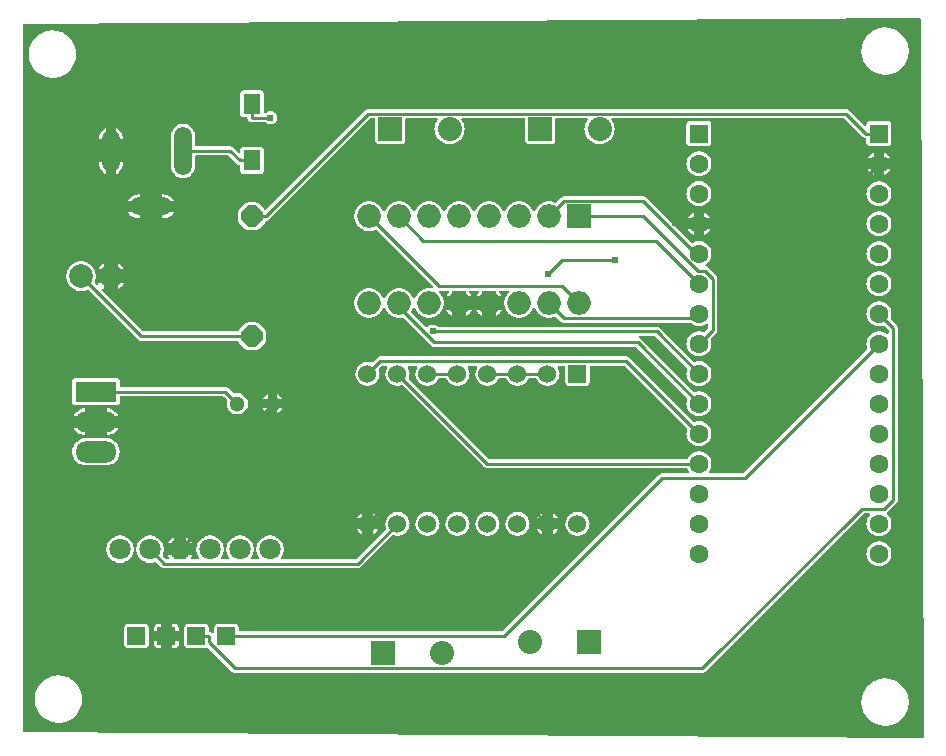
<source format=gtl>
G04 Layer: TopLayer*
G04 EasyEDA v6.5.34, 2023-08-22 14:58:17*
G04 f83e431953fc400cbb41a7eecddf86f7,363aeda0569944ed908a43946366a132,10*
G04 Gerber Generator version 0.2*
G04 Scale: 100 percent, Rotated: No, Reflected: No *
G04 Dimensions in millimeters *
G04 leading zeros omitted , absolute positions ,4 integer and 5 decimal *
%FSLAX45Y45*%
%MOMM*%

%AMMACRO1*4,1,8,-0.3693,0.8918,-0.8918,0.3693,-0.8918,-0.3693,-0.3693,-0.8918,0.3693,-0.8918,0.8918,-0.3693,0.8918,0.3693,0.3693,0.8918,-0.3693,0.8918,0*%
%ADD10C,0.2600*%
%ADD11R,1.4699X1.7699*%
%ADD12C,1.5240*%
%ADD13R,1.5240X1.5240*%
%ADD14R,1.6000X1.6000*%
%ADD15C,1.6000*%
%ADD16C,1.3000*%
%ADD17O,1.499997X3.5999928*%
%ADD18O,3.5999928X1.499997*%
%ADD19O,1.499997X4.0999918*%
%ADD20R,2.0320X2.0320*%
%ADD21C,2.0320*%
%ADD22C,1.8000*%
%ADD23O,1.9999959999999999X1.9999959999999999*%
%ADD24R,2.0000X2.0000*%
%ADD25C,2.0000*%
%ADD26O,3.4999930000000004X1.7999964*%
%ADD27R,3.5000X1.8000*%
%ADD28MACRO1*%
%ADD29C,0.6100*%
%ADD30C,0.0125*%

%LPD*%
G36*
X8345728Y-1523288D02*
G01*
X736041Y-1475435D01*
X732129Y-1474673D01*
X728878Y-1472438D01*
X726694Y-1469186D01*
X725932Y-1465275D01*
X724408Y4510735D01*
X725170Y4514646D01*
X727354Y4517898D01*
X730656Y4520133D01*
X734517Y4520895D01*
X8320633Y4571238D01*
X8324494Y4570526D01*
X8327847Y4568291D01*
X8330031Y4565040D01*
X8330844Y4561128D01*
X8355939Y-1513078D01*
X8355177Y-1516989D01*
X8352942Y-1520291D01*
X8349640Y-1522526D01*
G37*

%LPC*%
G36*
X8031276Y-1420063D02*
G01*
X8050631Y-1418640D01*
X8069732Y-1415389D01*
X8088477Y-1410258D01*
X8106613Y-1403400D01*
X8124037Y-1394764D01*
X8140547Y-1384554D01*
X8155940Y-1372768D01*
X8170164Y-1359509D01*
X8183016Y-1344980D01*
X8194446Y-1329283D01*
X8204301Y-1312570D01*
X8212480Y-1294942D01*
X8218931Y-1276654D01*
X8223554Y-1257808D01*
X8226348Y-1238605D01*
X8227314Y-1219200D01*
X8226348Y-1199794D01*
X8223554Y-1180592D01*
X8218931Y-1161745D01*
X8212480Y-1143457D01*
X8204301Y-1125829D01*
X8194446Y-1109116D01*
X8183016Y-1093419D01*
X8170164Y-1078890D01*
X8155940Y-1065631D01*
X8140547Y-1053846D01*
X8124037Y-1043635D01*
X8106613Y-1034999D01*
X8088477Y-1028141D01*
X8069732Y-1023061D01*
X8050631Y-1019759D01*
X8031276Y-1018336D01*
X8011871Y-1018844D01*
X7992567Y-1021181D01*
X7973618Y-1025347D01*
X7955178Y-1031341D01*
X7937347Y-1039114D01*
X7920380Y-1048562D01*
X7904429Y-1059586D01*
X7889595Y-1072083D01*
X7876031Y-1086002D01*
X7863890Y-1101140D01*
X7853222Y-1117346D01*
X7844231Y-1134567D01*
X7836916Y-1152499D01*
X7831328Y-1171143D01*
X7827619Y-1190193D01*
X7825740Y-1209497D01*
X7825740Y-1228902D01*
X7827619Y-1248206D01*
X7831328Y-1267256D01*
X7836916Y-1285900D01*
X7844231Y-1303883D01*
X7853222Y-1321054D01*
X7863890Y-1337259D01*
X7876031Y-1352397D01*
X7889595Y-1366316D01*
X7904429Y-1378813D01*
X7920380Y-1389837D01*
X7937347Y-1399286D01*
X7955178Y-1407058D01*
X7973618Y-1413052D01*
X7992567Y-1417218D01*
X8011871Y-1419555D01*
G37*
G36*
X1033576Y-1394663D02*
G01*
X1052931Y-1393240D01*
X1072032Y-1389989D01*
X1090777Y-1384858D01*
X1108913Y-1378000D01*
X1126337Y-1369364D01*
X1142847Y-1359154D01*
X1158240Y-1347368D01*
X1172464Y-1334109D01*
X1185316Y-1319580D01*
X1196746Y-1303883D01*
X1206601Y-1287170D01*
X1214780Y-1269542D01*
X1221232Y-1251254D01*
X1225854Y-1232408D01*
X1228648Y-1213205D01*
X1229614Y-1193800D01*
X1228648Y-1174394D01*
X1225854Y-1155192D01*
X1221232Y-1136345D01*
X1214780Y-1118057D01*
X1206601Y-1100429D01*
X1196746Y-1083716D01*
X1185316Y-1068019D01*
X1172464Y-1053490D01*
X1158240Y-1040231D01*
X1142847Y-1028446D01*
X1126337Y-1018235D01*
X1108913Y-1009599D01*
X1090777Y-1002741D01*
X1072032Y-997661D01*
X1052931Y-994359D01*
X1033576Y-992936D01*
X1014171Y-993444D01*
X994867Y-995781D01*
X975918Y-999947D01*
X957478Y-1005941D01*
X939647Y-1013714D01*
X922680Y-1023162D01*
X906729Y-1034186D01*
X891895Y-1046683D01*
X878332Y-1060602D01*
X866190Y-1075740D01*
X855522Y-1091946D01*
X846531Y-1109167D01*
X839216Y-1127099D01*
X833628Y-1145743D01*
X829919Y-1164793D01*
X828040Y-1184097D01*
X828040Y-1203502D01*
X829919Y-1222806D01*
X833628Y-1241856D01*
X839216Y-1260500D01*
X846531Y-1278483D01*
X855522Y-1295654D01*
X866190Y-1311859D01*
X878332Y-1326997D01*
X891895Y-1340916D01*
X906729Y-1353413D01*
X922680Y-1364437D01*
X939647Y-1373886D01*
X957478Y-1381658D01*
X975918Y-1387652D01*
X994867Y-1391818D01*
X1014171Y-1394155D01*
G37*
G36*
X2520696Y-969822D02*
G01*
X6479387Y-969822D01*
X6487464Y-969010D01*
X6494729Y-966825D01*
X6501434Y-963218D01*
X6507734Y-958087D01*
X7843012Y377240D01*
X7846314Y379425D01*
X7850225Y380187D01*
X7890002Y380187D01*
X7893761Y379476D01*
X7897012Y377393D01*
X7899247Y374243D01*
X7900162Y370484D01*
X7899552Y366674D01*
X7897622Y363321D01*
X7891627Y356514D01*
X7883956Y344982D01*
X7877809Y332587D01*
X7873390Y319430D01*
X7870647Y305866D01*
X7869783Y292049D01*
X7870647Y278231D01*
X7873390Y264617D01*
X7877809Y251510D01*
X7883956Y239115D01*
X7891627Y227584D01*
X7900771Y217170D01*
X7911185Y208025D01*
X7922717Y200355D01*
X7935112Y194208D01*
X7948218Y189788D01*
X7961833Y187045D01*
X7975650Y186182D01*
X7989468Y187045D01*
X8003031Y189788D01*
X8016189Y194208D01*
X8028584Y200355D01*
X8040116Y208025D01*
X8050530Y217170D01*
X8059674Y227584D01*
X8067344Y239115D01*
X8073491Y251510D01*
X8077911Y264617D01*
X8080603Y278231D01*
X8081518Y292049D01*
X8080603Y305866D01*
X8077911Y319430D01*
X8073491Y332587D01*
X8067344Y344982D01*
X8059674Y356514D01*
X8050530Y366928D01*
X8044027Y372618D01*
X8041436Y376123D01*
X8040573Y380441D01*
X8041589Y384657D01*
X8044281Y388112D01*
X8048955Y391922D01*
X8122716Y465683D01*
X8127898Y471982D01*
X8131454Y478688D01*
X8133689Y486003D01*
X8134451Y494080D01*
X8134451Y1949653D01*
X8133689Y1957730D01*
X8131454Y1964994D01*
X8127898Y1971700D01*
X8122716Y1977999D01*
X8077301Y2023414D01*
X8075218Y2026513D01*
X8074355Y2030171D01*
X8074863Y2033879D01*
X8077860Y2042668D01*
X8080552Y2056282D01*
X8081467Y2070100D01*
X8080552Y2083917D01*
X8077860Y2097481D01*
X8073440Y2110638D01*
X8067294Y2123033D01*
X8059623Y2134565D01*
X8050479Y2144979D01*
X8040065Y2154123D01*
X8028533Y2161794D01*
X8016138Y2167940D01*
X8002981Y2172360D01*
X7989417Y2175052D01*
X7975600Y2175967D01*
X7961782Y2175052D01*
X7948168Y2172360D01*
X7935061Y2167940D01*
X7922666Y2161794D01*
X7911134Y2154123D01*
X7900720Y2144979D01*
X7891576Y2134565D01*
X7883906Y2123033D01*
X7877759Y2110638D01*
X7873339Y2097481D01*
X7870596Y2083917D01*
X7869732Y2070100D01*
X7870596Y2056282D01*
X7873339Y2042668D01*
X7877759Y2029561D01*
X7883906Y2017166D01*
X7891576Y2005634D01*
X7900720Y1995220D01*
X7911134Y1986076D01*
X7922666Y1978406D01*
X7935061Y1972259D01*
X7948168Y1967839D01*
X7961782Y1965096D01*
X7975600Y1964232D01*
X7989417Y1965096D01*
X8002981Y1967839D01*
X8011820Y1970836D01*
X8015528Y1971344D01*
X8019186Y1970481D01*
X8022285Y1968398D01*
X8053679Y1937004D01*
X8055864Y1933702D01*
X8056676Y1929790D01*
X8056676Y1907946D01*
X8055711Y1903679D01*
X8053070Y1900224D01*
X8049259Y1898192D01*
X8044891Y1897938D01*
X8040827Y1899513D01*
X8028584Y1907743D01*
X8016189Y1913889D01*
X8003031Y1918309D01*
X7989468Y1921002D01*
X7975650Y1921916D01*
X7961833Y1921002D01*
X7948218Y1918309D01*
X7935112Y1913889D01*
X7922717Y1907743D01*
X7911185Y1900072D01*
X7900771Y1890928D01*
X7891627Y1880514D01*
X7883956Y1868982D01*
X7877809Y1856587D01*
X7873390Y1843430D01*
X7870647Y1829866D01*
X7869783Y1816049D01*
X7870647Y1802231D01*
X7873390Y1788617D01*
X7876336Y1779879D01*
X7876895Y1776171D01*
X7876031Y1772513D01*
X7873898Y1769414D01*
X6825742Y721258D01*
X6822440Y719074D01*
X6818579Y718312D01*
X6542836Y718312D01*
X6539026Y719023D01*
X6535775Y721106D01*
X6533591Y724255D01*
X6532676Y728014D01*
X6533235Y731824D01*
X6543294Y747166D01*
X6549440Y759561D01*
X6553860Y772718D01*
X6556552Y786282D01*
X6557467Y800100D01*
X6556552Y813917D01*
X6553860Y827532D01*
X6549440Y840638D01*
X6543294Y853033D01*
X6535623Y864565D01*
X6526479Y874979D01*
X6516065Y884123D01*
X6504533Y891794D01*
X6492138Y897940D01*
X6478981Y902360D01*
X6465417Y905103D01*
X6451600Y905967D01*
X6437782Y905103D01*
X6424168Y902360D01*
X6411061Y897940D01*
X6398666Y891794D01*
X6387134Y884123D01*
X6376720Y874979D01*
X6367576Y864565D01*
X6359906Y853033D01*
X6355791Y844651D01*
X6353505Y841654D01*
X6350355Y839673D01*
X6346647Y839012D01*
X4681220Y839012D01*
X4677359Y839774D01*
X4674057Y841959D01*
X3997655Y1518361D01*
X3995572Y1521358D01*
X3994708Y1524914D01*
X3995115Y1528572D01*
X3998214Y1538427D01*
X4000449Y1551889D01*
X4000906Y1565503D01*
X3999585Y1579067D01*
X3996385Y1592326D01*
X3991508Y1605076D01*
X3986072Y1614982D01*
X3984853Y1618996D01*
X3985361Y1623161D01*
X3987495Y1626768D01*
X3990898Y1629206D01*
X3994962Y1630070D01*
X4056837Y1630070D01*
X4060901Y1629206D01*
X4064304Y1626768D01*
X4066438Y1623161D01*
X4066946Y1618996D01*
X4065727Y1614982D01*
X4060291Y1605076D01*
X4055414Y1592326D01*
X4052214Y1579067D01*
X4050893Y1565503D01*
X4051350Y1551889D01*
X4053586Y1538427D01*
X4057650Y1525422D01*
X4063390Y1513027D01*
X4070705Y1501546D01*
X4079494Y1491132D01*
X4089654Y1481988D01*
X4100880Y1474266D01*
X4113022Y1468120D01*
X4125925Y1463649D01*
X4139285Y1460906D01*
X4152900Y1459992D01*
X4166514Y1460906D01*
X4179874Y1463649D01*
X4192778Y1468120D01*
X4204919Y1474266D01*
X4216146Y1481988D01*
X4226306Y1491132D01*
X4235094Y1501546D01*
X4242409Y1513027D01*
X4244390Y1517294D01*
X4246626Y1520393D01*
X4249877Y1522476D01*
X4253636Y1523187D01*
X4306163Y1523187D01*
X4309922Y1522476D01*
X4313174Y1520393D01*
X4315409Y1517294D01*
X4317390Y1513027D01*
X4324705Y1501546D01*
X4333494Y1491132D01*
X4343654Y1481988D01*
X4354880Y1474266D01*
X4367022Y1468120D01*
X4379925Y1463649D01*
X4393285Y1460906D01*
X4406900Y1459992D01*
X4420514Y1460906D01*
X4433874Y1463649D01*
X4446778Y1468120D01*
X4458919Y1474266D01*
X4470146Y1481988D01*
X4480306Y1491132D01*
X4489094Y1501546D01*
X4496409Y1513027D01*
X4502150Y1525422D01*
X4506214Y1538427D01*
X4508449Y1551889D01*
X4508906Y1565503D01*
X4507585Y1579067D01*
X4504385Y1592326D01*
X4499508Y1605076D01*
X4494072Y1614982D01*
X4492853Y1618996D01*
X4493361Y1623161D01*
X4495495Y1626768D01*
X4498898Y1629206D01*
X4502962Y1630070D01*
X4564837Y1630070D01*
X4568901Y1629206D01*
X4572304Y1626768D01*
X4574438Y1623161D01*
X4574946Y1618996D01*
X4573727Y1614982D01*
X4568291Y1605076D01*
X4563414Y1592326D01*
X4560214Y1579067D01*
X4558893Y1565503D01*
X4559350Y1551889D01*
X4561586Y1538427D01*
X4565650Y1525422D01*
X4571390Y1513027D01*
X4578705Y1501546D01*
X4587494Y1491132D01*
X4597654Y1481988D01*
X4608880Y1474266D01*
X4621022Y1468120D01*
X4633925Y1463649D01*
X4647285Y1460906D01*
X4660900Y1459992D01*
X4674514Y1460906D01*
X4687874Y1463649D01*
X4700778Y1468120D01*
X4712919Y1474266D01*
X4724146Y1481988D01*
X4734306Y1491132D01*
X4743094Y1501546D01*
X4750409Y1513027D01*
X4752390Y1517294D01*
X4754626Y1520393D01*
X4757877Y1522476D01*
X4761636Y1523187D01*
X4814163Y1523187D01*
X4817922Y1522476D01*
X4821174Y1520393D01*
X4823409Y1517294D01*
X4825390Y1513027D01*
X4832705Y1501546D01*
X4841494Y1491132D01*
X4851654Y1481988D01*
X4862880Y1474266D01*
X4875022Y1468120D01*
X4887925Y1463649D01*
X4901285Y1460906D01*
X4914900Y1459992D01*
X4928514Y1460906D01*
X4941874Y1463649D01*
X4954778Y1468120D01*
X4966919Y1474266D01*
X4978146Y1481988D01*
X4988306Y1491132D01*
X4997094Y1501546D01*
X5004409Y1513027D01*
X5006390Y1517294D01*
X5008626Y1520393D01*
X5011877Y1522476D01*
X5015636Y1523187D01*
X5068163Y1523187D01*
X5071922Y1522476D01*
X5075174Y1520393D01*
X5077409Y1517294D01*
X5079390Y1513027D01*
X5086705Y1501546D01*
X5095494Y1491132D01*
X5105654Y1481988D01*
X5116880Y1474266D01*
X5129022Y1468120D01*
X5141925Y1463649D01*
X5155285Y1460906D01*
X5168900Y1459992D01*
X5182514Y1460906D01*
X5195874Y1463649D01*
X5208778Y1468120D01*
X5220919Y1474266D01*
X5232146Y1481988D01*
X5242306Y1491132D01*
X5251094Y1501546D01*
X5258409Y1513027D01*
X5264150Y1525422D01*
X5268214Y1538427D01*
X5270449Y1551889D01*
X5270906Y1565503D01*
X5269585Y1579067D01*
X5266385Y1592326D01*
X5261508Y1605076D01*
X5256072Y1614982D01*
X5254853Y1618996D01*
X5255361Y1623161D01*
X5257495Y1626768D01*
X5260898Y1629206D01*
X5264962Y1630070D01*
X5310632Y1630070D01*
X5314543Y1629257D01*
X5317794Y1627073D01*
X5320030Y1623771D01*
X5320792Y1619910D01*
X5320792Y1486458D01*
X5321503Y1480159D01*
X5323433Y1474673D01*
X5326481Y1469796D01*
X5330596Y1465681D01*
X5335473Y1462633D01*
X5340959Y1460703D01*
X5347258Y1459992D01*
X5498541Y1459992D01*
X5504840Y1460703D01*
X5510326Y1462633D01*
X5515203Y1465681D01*
X5519318Y1469796D01*
X5522366Y1474673D01*
X5524296Y1480159D01*
X5525008Y1486458D01*
X5525008Y1619910D01*
X5525770Y1623771D01*
X5528005Y1627073D01*
X5531256Y1629257D01*
X5535168Y1630070D01*
X5816396Y1630070D01*
X5820308Y1629257D01*
X5823610Y1627073D01*
X6349898Y1100785D01*
X6352032Y1097686D01*
X6352895Y1094028D01*
X6352336Y1090320D01*
X6349390Y1081532D01*
X6346647Y1067968D01*
X6345783Y1054150D01*
X6346647Y1040333D01*
X6349390Y1026769D01*
X6353810Y1013612D01*
X6359956Y1001217D01*
X6367627Y989685D01*
X6376771Y979271D01*
X6387185Y970127D01*
X6398717Y962456D01*
X6411112Y956310D01*
X6424218Y951890D01*
X6437833Y949147D01*
X6451650Y948283D01*
X6465468Y949147D01*
X6479032Y951890D01*
X6492189Y956310D01*
X6504584Y962456D01*
X6516116Y970127D01*
X6526530Y979271D01*
X6535674Y989685D01*
X6543344Y1001217D01*
X6549491Y1013612D01*
X6553911Y1026769D01*
X6556603Y1040333D01*
X6557518Y1054150D01*
X6556603Y1067968D01*
X6553911Y1081532D01*
X6549491Y1094689D01*
X6543344Y1107084D01*
X6535674Y1118616D01*
X6526530Y1129030D01*
X6516116Y1138174D01*
X6504584Y1145844D01*
X6492189Y1151991D01*
X6479032Y1156411D01*
X6465468Y1159154D01*
X6451650Y1160018D01*
X6437833Y1159154D01*
X6424218Y1156411D01*
X6415328Y1153414D01*
X6411620Y1152855D01*
X6407962Y1153718D01*
X6404864Y1155852D01*
X5864606Y1696110D01*
X5858306Y1701292D01*
X5851601Y1704848D01*
X5844336Y1707083D01*
X5836259Y1707845D01*
X3752240Y1707845D01*
X3744163Y1707083D01*
X3736898Y1704848D01*
X3730193Y1701292D01*
X3723894Y1696110D01*
X3688791Y1661007D01*
X3685895Y1658975D01*
X3682441Y1658061D01*
X3678936Y1658416D01*
X3665220Y1662125D01*
X3651707Y1663954D01*
X3638092Y1663954D01*
X3624579Y1662125D01*
X3611422Y1658518D01*
X3598875Y1653235D01*
X3587140Y1646275D01*
X3576421Y1637792D01*
X3566922Y1627987D01*
X3558844Y1617014D01*
X3552291Y1605076D01*
X3547414Y1592326D01*
X3544214Y1579067D01*
X3542893Y1565503D01*
X3543350Y1551889D01*
X3545586Y1538427D01*
X3549650Y1525422D01*
X3555390Y1513027D01*
X3562705Y1501546D01*
X3571494Y1491132D01*
X3581654Y1481988D01*
X3592880Y1474266D01*
X3605022Y1468120D01*
X3617925Y1463649D01*
X3631285Y1460906D01*
X3644900Y1459992D01*
X3658514Y1460906D01*
X3671874Y1463649D01*
X3684778Y1468120D01*
X3696919Y1474266D01*
X3708146Y1481988D01*
X3718306Y1491132D01*
X3727094Y1501546D01*
X3734409Y1513027D01*
X3740150Y1525422D01*
X3744214Y1538427D01*
X3746449Y1551889D01*
X3746906Y1565503D01*
X3745585Y1579067D01*
X3742385Y1592326D01*
X3741369Y1595018D01*
X3740708Y1598828D01*
X3741521Y1602638D01*
X3743655Y1605838D01*
X3764889Y1627073D01*
X3768191Y1629257D01*
X3772103Y1630070D01*
X3802837Y1630070D01*
X3806901Y1629206D01*
X3810304Y1626768D01*
X3812438Y1623161D01*
X3812946Y1618996D01*
X3811727Y1614982D01*
X3806291Y1605076D01*
X3801414Y1592326D01*
X3798214Y1579067D01*
X3796893Y1565503D01*
X3797350Y1551889D01*
X3799586Y1538427D01*
X3803650Y1525422D01*
X3809390Y1513027D01*
X3816705Y1501546D01*
X3825494Y1491132D01*
X3835654Y1481988D01*
X3846880Y1474266D01*
X3859022Y1468120D01*
X3871925Y1463649D01*
X3885285Y1460906D01*
X3898900Y1459992D01*
X3912514Y1460906D01*
X3925874Y1463649D01*
X3932072Y1465783D01*
X3935780Y1466342D01*
X3939489Y1465529D01*
X3942587Y1463395D01*
X4633010Y772922D01*
X4639310Y767791D01*
X4646015Y764184D01*
X4653330Y762000D01*
X4661408Y761187D01*
X6346647Y761187D01*
X6350355Y760476D01*
X6353505Y758545D01*
X6355791Y755548D01*
X6359906Y747166D01*
X6368034Y735177D01*
X6369964Y731824D01*
X6370523Y728014D01*
X6369608Y724255D01*
X6367373Y721106D01*
X6364173Y719023D01*
X6360363Y718312D01*
X6139789Y718312D01*
X6131712Y717499D01*
X6124448Y715314D01*
X6117742Y711708D01*
X6111443Y706577D01*
X4786376Y-618540D01*
X4783074Y-620725D01*
X4779162Y-621487D01*
X2563368Y-621487D01*
X2559456Y-620725D01*
X2556205Y-618540D01*
X2553970Y-615238D01*
X2553208Y-611327D01*
X2553208Y-584758D01*
X2552496Y-578459D01*
X2550566Y-572973D01*
X2547518Y-568096D01*
X2543403Y-563981D01*
X2538526Y-560933D01*
X2533040Y-559003D01*
X2526741Y-558292D01*
X2375458Y-558292D01*
X2369159Y-559003D01*
X2363673Y-560933D01*
X2358796Y-563981D01*
X2354681Y-568096D01*
X2351633Y-572973D01*
X2349703Y-578459D01*
X2348992Y-584758D01*
X2348992Y-627888D01*
X2348179Y-631952D01*
X2345791Y-635304D01*
X2342235Y-637489D01*
X2338171Y-638048D01*
X2334209Y-636930D01*
X2330958Y-634339D01*
X2329789Y-632917D01*
X2323896Y-628091D01*
X2317191Y-624484D01*
X2309926Y-622300D01*
X2304796Y-621080D01*
X2301849Y-618845D01*
X2299868Y-615696D01*
X2299208Y-612038D01*
X2299208Y-584758D01*
X2298496Y-578459D01*
X2296566Y-572973D01*
X2293518Y-568096D01*
X2289403Y-563981D01*
X2284526Y-560933D01*
X2279040Y-559003D01*
X2272741Y-558292D01*
X2121458Y-558292D01*
X2115159Y-559003D01*
X2109673Y-560933D01*
X2104796Y-563981D01*
X2100681Y-568096D01*
X2097633Y-572973D01*
X2095703Y-578459D01*
X2094992Y-584758D01*
X2094992Y-736041D01*
X2095703Y-742340D01*
X2097633Y-747826D01*
X2100681Y-752703D01*
X2104796Y-756818D01*
X2109673Y-759866D01*
X2115159Y-761796D01*
X2121458Y-762508D01*
X2272741Y-762508D01*
X2279040Y-761796D01*
X2285593Y-759510D01*
X2289352Y-758901D01*
X2293061Y-759764D01*
X2296160Y-761898D01*
X2492349Y-958087D01*
X2498648Y-963218D01*
X2505354Y-966825D01*
X2512618Y-969010D01*
G37*
G36*
X1867458Y-762508D02*
G01*
X1898650Y-762508D01*
X1898650Y-704850D01*
X1840992Y-704850D01*
X1840992Y-736041D01*
X1841703Y-742340D01*
X1843633Y-747826D01*
X1846681Y-752703D01*
X1850796Y-756818D01*
X1855673Y-759866D01*
X1861159Y-761796D01*
G37*
G36*
X1987550Y-762508D02*
G01*
X2018741Y-762508D01*
X2025040Y-761796D01*
X2030526Y-759866D01*
X2035403Y-756818D01*
X2039518Y-752703D01*
X2042566Y-747826D01*
X2044496Y-742340D01*
X2045207Y-736041D01*
X2045207Y-704850D01*
X1987550Y-704850D01*
G37*
G36*
X1613458Y-762508D02*
G01*
X1764741Y-762508D01*
X1771040Y-761796D01*
X1776526Y-759866D01*
X1781403Y-756818D01*
X1785518Y-752703D01*
X1788566Y-747826D01*
X1790496Y-742340D01*
X1791207Y-736041D01*
X1791207Y-584758D01*
X1790496Y-578459D01*
X1788566Y-572973D01*
X1785518Y-568096D01*
X1781403Y-563981D01*
X1776526Y-560933D01*
X1771040Y-559003D01*
X1764741Y-558292D01*
X1613458Y-558292D01*
X1607159Y-559003D01*
X1601673Y-560933D01*
X1596796Y-563981D01*
X1592681Y-568096D01*
X1589633Y-572973D01*
X1587703Y-578459D01*
X1586992Y-584758D01*
X1586992Y-736041D01*
X1587703Y-742340D01*
X1589633Y-747826D01*
X1592681Y-752703D01*
X1596796Y-756818D01*
X1601673Y-759866D01*
X1607159Y-761796D01*
G37*
G36*
X1840992Y-615950D02*
G01*
X1898650Y-615950D01*
X1898650Y-558292D01*
X1867458Y-558292D01*
X1861159Y-559003D01*
X1855673Y-560933D01*
X1850796Y-563981D01*
X1846681Y-568096D01*
X1843633Y-572973D01*
X1841703Y-578459D01*
X1840992Y-584758D01*
G37*
G36*
X1987550Y-615950D02*
G01*
X2045207Y-615950D01*
X2045207Y-584758D01*
X2044496Y-578459D01*
X2042566Y-572973D01*
X2039518Y-568096D01*
X2035403Y-563981D01*
X2030526Y-560933D01*
X2025040Y-559003D01*
X2018741Y-558292D01*
X1987550Y-558292D01*
G37*
G36*
X1926386Y-85191D02*
G01*
X3560013Y-85191D01*
X3568090Y-84429D01*
X3575354Y-82194D01*
X3582060Y-78638D01*
X3588359Y-73456D01*
X3855212Y193395D01*
X3858310Y195529D01*
X3862019Y196342D01*
X3865727Y195783D01*
X3871925Y193649D01*
X3885285Y190906D01*
X3898900Y189992D01*
X3912514Y190906D01*
X3925874Y193649D01*
X3938778Y198120D01*
X3950919Y204266D01*
X3962146Y211988D01*
X3972306Y221132D01*
X3981094Y231546D01*
X3988409Y243027D01*
X3994150Y255422D01*
X3998214Y268427D01*
X4000449Y281889D01*
X4000906Y295503D01*
X3999585Y309067D01*
X3996385Y322326D01*
X3991508Y335076D01*
X3984955Y347014D01*
X3976878Y357987D01*
X3967378Y367792D01*
X3956659Y376275D01*
X3944924Y383235D01*
X3932377Y388518D01*
X3919220Y392125D01*
X3905707Y393954D01*
X3892092Y393954D01*
X3878579Y392125D01*
X3865422Y388518D01*
X3852875Y383235D01*
X3841140Y376275D01*
X3830421Y367792D01*
X3820922Y357987D01*
X3812844Y347014D01*
X3806291Y335076D01*
X3801414Y322326D01*
X3798214Y309067D01*
X3796893Y295503D01*
X3797350Y281889D01*
X3799586Y268427D01*
X3802684Y258571D01*
X3803091Y254914D01*
X3802227Y251358D01*
X3800144Y248361D01*
X3547364Y-4419D01*
X3544062Y-6604D01*
X3540150Y-7416D01*
X2921812Y-7416D01*
X2917596Y-6502D01*
X2914142Y-3911D01*
X2912059Y-152D01*
X2911754Y4165D01*
X2913227Y8229D01*
X2920949Y20370D01*
X2927146Y33528D01*
X2931668Y47396D01*
X2934360Y61671D01*
X2935274Y76200D01*
X2934360Y90728D01*
X2931668Y105003D01*
X2927146Y118872D01*
X2920949Y132029D01*
X2913176Y144322D01*
X2903880Y155549D01*
X2893263Y165506D01*
X2881477Y174040D01*
X2868726Y181051D01*
X2855214Y186436D01*
X2841091Y190042D01*
X2826664Y191871D01*
X2812135Y191871D01*
X2797708Y190042D01*
X2783586Y186436D01*
X2770073Y181051D01*
X2757322Y174040D01*
X2745536Y165506D01*
X2734919Y155549D01*
X2725623Y144322D01*
X2717850Y132029D01*
X2711653Y118872D01*
X2707132Y105003D01*
X2704439Y90728D01*
X2703525Y76200D01*
X2704439Y61671D01*
X2707132Y47396D01*
X2711653Y33528D01*
X2717850Y20370D01*
X2725572Y8229D01*
X2727045Y4165D01*
X2726740Y-152D01*
X2724658Y-3911D01*
X2721203Y-6502D01*
X2716987Y-7416D01*
X2667812Y-7416D01*
X2663596Y-6502D01*
X2660142Y-3911D01*
X2658059Y-152D01*
X2657754Y4165D01*
X2659227Y8229D01*
X2666949Y20370D01*
X2673146Y33528D01*
X2677668Y47396D01*
X2680360Y61671D01*
X2681274Y76200D01*
X2680360Y90728D01*
X2677668Y105003D01*
X2673146Y118872D01*
X2666949Y132029D01*
X2659176Y144322D01*
X2649880Y155549D01*
X2639263Y165506D01*
X2627477Y174040D01*
X2614726Y181051D01*
X2601214Y186436D01*
X2587091Y190042D01*
X2572664Y191871D01*
X2558135Y191871D01*
X2543708Y190042D01*
X2529586Y186436D01*
X2516073Y181051D01*
X2503322Y174040D01*
X2491536Y165506D01*
X2480919Y155549D01*
X2471623Y144322D01*
X2463850Y132029D01*
X2457653Y118872D01*
X2453132Y105003D01*
X2450439Y90728D01*
X2449525Y76200D01*
X2450439Y61671D01*
X2453132Y47396D01*
X2457653Y33528D01*
X2463850Y20370D01*
X2471572Y8229D01*
X2473045Y4165D01*
X2472740Y-152D01*
X2470658Y-3911D01*
X2467203Y-6502D01*
X2462987Y-7416D01*
X2413812Y-7416D01*
X2409596Y-6502D01*
X2406142Y-3911D01*
X2404059Y-152D01*
X2403754Y4165D01*
X2405227Y8229D01*
X2412949Y20370D01*
X2419146Y33528D01*
X2423668Y47396D01*
X2426360Y61671D01*
X2427274Y76200D01*
X2426360Y90728D01*
X2423668Y105003D01*
X2419146Y118872D01*
X2412949Y132029D01*
X2405176Y144322D01*
X2395880Y155549D01*
X2385263Y165506D01*
X2373477Y174040D01*
X2360726Y181051D01*
X2347214Y186436D01*
X2333091Y190042D01*
X2318664Y191871D01*
X2304135Y191871D01*
X2289708Y190042D01*
X2275586Y186436D01*
X2262073Y181051D01*
X2249322Y174040D01*
X2237536Y165506D01*
X2226919Y155549D01*
X2217623Y144322D01*
X2209850Y132029D01*
X2203653Y118872D01*
X2199132Y105003D01*
X2196439Y90728D01*
X2195525Y76200D01*
X2196439Y61671D01*
X2199132Y47396D01*
X2203653Y33528D01*
X2209850Y20370D01*
X2217572Y8229D01*
X2219045Y4165D01*
X2218740Y-152D01*
X2216658Y-3911D01*
X2213203Y-6502D01*
X2208987Y-7416D01*
X2159812Y-7416D01*
X2155596Y-6502D01*
X2152142Y-3911D01*
X2150059Y-152D01*
X2149754Y4165D01*
X2151227Y8229D01*
X2158949Y20370D01*
X2161082Y24841D01*
X2108758Y24841D01*
X2108758Y2743D01*
X2107996Y-1117D01*
X2105761Y-4419D01*
X2102459Y-6604D01*
X2098598Y-7416D01*
X2016201Y-7416D01*
X2012340Y-6604D01*
X2009038Y-4419D01*
X2006803Y-1117D01*
X2006041Y2743D01*
X2006041Y24841D01*
X1953717Y24841D01*
X1955850Y20370D01*
X1963572Y8229D01*
X1965045Y4165D01*
X1964740Y-152D01*
X1962657Y-3911D01*
X1959203Y-6502D01*
X1954987Y-7416D01*
X1946249Y-7416D01*
X1942338Y-6604D01*
X1939036Y-4419D01*
X1912975Y21640D01*
X1910740Y25095D01*
X1910029Y29159D01*
X1911146Y33528D01*
X1915668Y47396D01*
X1918360Y61671D01*
X1919274Y76200D01*
X1918360Y90728D01*
X1915668Y105003D01*
X1911146Y118872D01*
X1904949Y132029D01*
X1897176Y144322D01*
X1887880Y155549D01*
X1877263Y165506D01*
X1865477Y174040D01*
X1852726Y181051D01*
X1839214Y186436D01*
X1825091Y190042D01*
X1810664Y191871D01*
X1796135Y191871D01*
X1781708Y190042D01*
X1767586Y186436D01*
X1754073Y181051D01*
X1741322Y174040D01*
X1729536Y165506D01*
X1718919Y155549D01*
X1709623Y144322D01*
X1701850Y132029D01*
X1695653Y118872D01*
X1691132Y105003D01*
X1688439Y90728D01*
X1687525Y76200D01*
X1688439Y61671D01*
X1691132Y47396D01*
X1695653Y33528D01*
X1701850Y20370D01*
X1709623Y8077D01*
X1718919Y-3149D01*
X1729536Y-13106D01*
X1741322Y-21640D01*
X1754073Y-28651D01*
X1767586Y-34036D01*
X1781708Y-37642D01*
X1796135Y-39471D01*
X1810664Y-39471D01*
X1825091Y-37642D01*
X1839214Y-34036D01*
X1846884Y-30988D01*
X1850745Y-30276D01*
X1854555Y-31038D01*
X1857806Y-33223D01*
X1898040Y-73456D01*
X1904339Y-78638D01*
X1911045Y-82194D01*
X1918309Y-84429D01*
G37*
G36*
X7975600Y-67767D02*
G01*
X7989417Y-66903D01*
X8002981Y-64160D01*
X8016138Y-59740D01*
X8028533Y-53593D01*
X8040065Y-45923D01*
X8050479Y-36779D01*
X8059623Y-26365D01*
X8067294Y-14833D01*
X8073440Y-2438D01*
X8077860Y10668D01*
X8080552Y24282D01*
X8081467Y38100D01*
X8080552Y51917D01*
X8077860Y65481D01*
X8073440Y78638D01*
X8067294Y91033D01*
X8059623Y102565D01*
X8050479Y112979D01*
X8040065Y122123D01*
X8028533Y129794D01*
X8016138Y135940D01*
X8002981Y140360D01*
X7989417Y143052D01*
X7975600Y143967D01*
X7961782Y143052D01*
X7948168Y140360D01*
X7935061Y135940D01*
X7922666Y129794D01*
X7911134Y122123D01*
X7900720Y112979D01*
X7891576Y102565D01*
X7883906Y91033D01*
X7877759Y78638D01*
X7873339Y65481D01*
X7870596Y51917D01*
X7869732Y38100D01*
X7870596Y24282D01*
X7873339Y10668D01*
X7877759Y-2438D01*
X7883906Y-14833D01*
X7891576Y-26365D01*
X7900720Y-36779D01*
X7911134Y-45923D01*
X7922666Y-53593D01*
X7935061Y-59740D01*
X7948168Y-64160D01*
X7961782Y-66903D01*
G37*
G36*
X1542135Y-39471D02*
G01*
X1556664Y-39471D01*
X1571091Y-37642D01*
X1585214Y-34036D01*
X1598726Y-28651D01*
X1611477Y-21640D01*
X1623263Y-13106D01*
X1633880Y-3149D01*
X1643176Y8077D01*
X1650949Y20370D01*
X1657146Y33528D01*
X1661668Y47396D01*
X1664360Y61671D01*
X1665274Y76200D01*
X1664360Y90728D01*
X1661668Y105003D01*
X1657146Y118872D01*
X1650949Y132029D01*
X1643176Y144322D01*
X1633880Y155549D01*
X1623263Y165506D01*
X1611477Y174040D01*
X1598726Y181051D01*
X1585214Y186436D01*
X1571091Y190042D01*
X1556664Y191871D01*
X1542135Y191871D01*
X1527708Y190042D01*
X1513586Y186436D01*
X1500073Y181051D01*
X1487322Y174040D01*
X1475536Y165506D01*
X1464919Y155549D01*
X1455623Y144322D01*
X1447850Y132029D01*
X1441653Y118872D01*
X1437132Y105003D01*
X1434439Y90728D01*
X1433525Y76200D01*
X1434439Y61671D01*
X1437132Y47396D01*
X1441653Y33528D01*
X1447850Y20370D01*
X1455623Y8077D01*
X1464919Y-3149D01*
X1475536Y-13106D01*
X1487322Y-21640D01*
X1500073Y-28651D01*
X1513586Y-34036D01*
X1527708Y-37642D01*
G37*
G36*
X2108758Y127558D02*
G01*
X2161082Y127558D01*
X2158949Y132029D01*
X2151176Y144322D01*
X2141880Y155549D01*
X2131263Y165506D01*
X2119477Y174040D01*
X2108758Y179933D01*
G37*
G36*
X1953717Y127558D02*
G01*
X2006041Y127558D01*
X2006041Y179933D01*
X1995322Y174040D01*
X1983536Y165506D01*
X1972919Y155549D01*
X1963623Y144322D01*
X1955850Y132029D01*
G37*
G36*
X4406900Y189992D02*
G01*
X4420514Y190906D01*
X4433874Y193649D01*
X4446778Y198120D01*
X4458919Y204266D01*
X4470146Y211988D01*
X4480306Y221132D01*
X4489094Y231546D01*
X4496409Y243027D01*
X4502150Y255422D01*
X4506214Y268427D01*
X4508449Y281889D01*
X4508906Y295503D01*
X4507585Y309067D01*
X4504385Y322326D01*
X4499508Y335076D01*
X4492955Y347014D01*
X4484878Y357987D01*
X4475378Y367792D01*
X4464659Y376275D01*
X4452924Y383235D01*
X4440377Y388518D01*
X4427220Y392125D01*
X4413707Y393954D01*
X4400092Y393954D01*
X4386580Y392125D01*
X4373422Y388518D01*
X4360875Y383235D01*
X4349140Y376275D01*
X4338421Y367792D01*
X4328922Y357987D01*
X4320844Y347014D01*
X4314291Y335076D01*
X4309414Y322326D01*
X4306214Y309067D01*
X4304893Y295503D01*
X4305350Y281889D01*
X4307586Y268427D01*
X4311650Y255422D01*
X4317390Y243027D01*
X4324705Y231546D01*
X4333494Y221132D01*
X4343654Y211988D01*
X4354880Y204266D01*
X4367022Y198120D01*
X4379925Y193649D01*
X4393285Y190906D01*
G37*
G36*
X4152900Y189992D02*
G01*
X4166514Y190906D01*
X4179874Y193649D01*
X4192778Y198120D01*
X4204919Y204266D01*
X4216146Y211988D01*
X4226306Y221132D01*
X4235094Y231546D01*
X4242409Y243027D01*
X4248150Y255422D01*
X4252214Y268427D01*
X4254449Y281889D01*
X4254906Y295503D01*
X4253585Y309067D01*
X4250385Y322326D01*
X4245508Y335076D01*
X4238955Y347014D01*
X4230878Y357987D01*
X4221378Y367792D01*
X4210659Y376275D01*
X4198924Y383235D01*
X4186377Y388518D01*
X4173220Y392125D01*
X4159707Y393954D01*
X4146092Y393954D01*
X4132579Y392125D01*
X4119422Y388518D01*
X4106875Y383235D01*
X4095140Y376275D01*
X4084421Y367792D01*
X4074922Y357987D01*
X4066844Y347014D01*
X4060291Y335076D01*
X4055414Y322326D01*
X4052214Y309067D01*
X4050893Y295503D01*
X4051350Y281889D01*
X4053586Y268427D01*
X4057650Y255422D01*
X4063390Y243027D01*
X4070705Y231546D01*
X4079494Y221132D01*
X4089654Y211988D01*
X4100880Y204266D01*
X4113022Y198120D01*
X4125925Y193649D01*
X4139285Y190906D01*
G37*
G36*
X4660900Y189992D02*
G01*
X4674514Y190906D01*
X4687874Y193649D01*
X4700778Y198120D01*
X4712919Y204266D01*
X4724146Y211988D01*
X4734306Y221132D01*
X4743094Y231546D01*
X4750409Y243027D01*
X4756150Y255422D01*
X4760214Y268427D01*
X4762449Y281889D01*
X4762906Y295503D01*
X4761585Y309067D01*
X4758385Y322326D01*
X4753508Y335076D01*
X4746955Y347014D01*
X4738878Y357987D01*
X4729378Y367792D01*
X4718659Y376275D01*
X4706924Y383235D01*
X4694377Y388518D01*
X4681220Y392125D01*
X4667707Y393954D01*
X4654092Y393954D01*
X4640580Y392125D01*
X4627422Y388518D01*
X4614875Y383235D01*
X4603140Y376275D01*
X4592421Y367792D01*
X4582922Y357987D01*
X4574844Y347014D01*
X4568291Y335076D01*
X4563414Y322326D01*
X4560214Y309067D01*
X4558893Y295503D01*
X4559350Y281889D01*
X4561586Y268427D01*
X4565650Y255422D01*
X4571390Y243027D01*
X4578705Y231546D01*
X4587494Y221132D01*
X4597654Y211988D01*
X4608880Y204266D01*
X4621022Y198120D01*
X4633925Y193649D01*
X4647285Y190906D01*
G37*
G36*
X4914900Y189992D02*
G01*
X4928514Y190906D01*
X4941874Y193649D01*
X4954778Y198120D01*
X4966919Y204266D01*
X4978146Y211988D01*
X4988306Y221132D01*
X4997094Y231546D01*
X5004409Y243027D01*
X5010150Y255422D01*
X5014214Y268427D01*
X5016449Y281889D01*
X5016906Y295503D01*
X5015585Y309067D01*
X5012385Y322326D01*
X5007508Y335076D01*
X5000955Y347014D01*
X4992878Y357987D01*
X4983378Y367792D01*
X4972659Y376275D01*
X4960924Y383235D01*
X4948377Y388518D01*
X4935220Y392125D01*
X4921707Y393954D01*
X4908092Y393954D01*
X4894580Y392125D01*
X4881422Y388518D01*
X4868875Y383235D01*
X4857140Y376275D01*
X4846421Y367792D01*
X4836922Y357987D01*
X4828844Y347014D01*
X4822291Y335076D01*
X4817414Y322326D01*
X4814214Y309067D01*
X4812893Y295503D01*
X4813350Y281889D01*
X4815586Y268427D01*
X4819650Y255422D01*
X4825390Y243027D01*
X4832705Y231546D01*
X4841494Y221132D01*
X4851654Y211988D01*
X4862880Y204266D01*
X4875022Y198120D01*
X4887925Y193649D01*
X4901285Y190906D01*
G37*
G36*
X5422900Y189992D02*
G01*
X5436514Y190906D01*
X5449874Y193649D01*
X5462778Y198120D01*
X5474919Y204266D01*
X5486146Y211988D01*
X5496306Y221132D01*
X5505094Y231546D01*
X5512409Y243027D01*
X5518150Y255422D01*
X5522214Y268427D01*
X5524449Y281889D01*
X5524906Y295503D01*
X5523585Y309067D01*
X5520385Y322326D01*
X5515508Y335076D01*
X5508955Y347014D01*
X5500878Y357987D01*
X5491378Y367792D01*
X5480659Y376275D01*
X5468924Y383235D01*
X5456377Y388518D01*
X5443220Y392125D01*
X5429707Y393954D01*
X5416092Y393954D01*
X5402580Y392125D01*
X5389422Y388518D01*
X5376875Y383235D01*
X5365140Y376275D01*
X5354421Y367792D01*
X5344922Y357987D01*
X5336844Y347014D01*
X5330291Y335076D01*
X5325414Y322326D01*
X5322214Y309067D01*
X5320893Y295503D01*
X5321350Y281889D01*
X5323586Y268427D01*
X5327650Y255422D01*
X5333390Y243027D01*
X5340705Y231546D01*
X5349494Y221132D01*
X5359654Y211988D01*
X5370880Y204266D01*
X5383022Y198120D01*
X5395925Y193649D01*
X5409285Y190906D01*
G37*
G36*
X3689350Y200456D02*
G01*
X3696919Y204266D01*
X3708146Y211988D01*
X3718306Y221132D01*
X3727094Y231546D01*
X3734409Y243027D01*
X3736543Y247650D01*
X3689350Y247650D01*
G37*
G36*
X5124450Y200456D02*
G01*
X5124450Y247650D01*
X5077256Y247650D01*
X5079390Y243027D01*
X5086705Y231546D01*
X5095494Y221132D01*
X5105654Y211988D01*
X5116880Y204266D01*
G37*
G36*
X5213350Y200456D02*
G01*
X5220919Y204266D01*
X5232146Y211988D01*
X5242306Y221132D01*
X5251094Y231546D01*
X5258409Y243027D01*
X5260543Y247650D01*
X5213350Y247650D01*
G37*
G36*
X3600450Y200456D02*
G01*
X3600450Y247650D01*
X3553256Y247650D01*
X3555390Y243027D01*
X3562705Y231546D01*
X3571494Y221132D01*
X3581654Y211988D01*
X3592880Y204266D01*
G37*
G36*
X5213350Y336550D02*
G01*
X5260695Y336550D01*
X5254955Y347014D01*
X5246878Y357987D01*
X5237378Y367792D01*
X5226659Y376275D01*
X5214924Y383235D01*
X5213350Y383895D01*
G37*
G36*
X5077104Y336550D02*
G01*
X5124450Y336550D01*
X5124450Y383895D01*
X5122875Y383235D01*
X5111140Y376275D01*
X5100421Y367792D01*
X5090922Y357987D01*
X5082844Y347014D01*
G37*
G36*
X3689350Y336550D02*
G01*
X3736695Y336550D01*
X3730955Y347014D01*
X3722878Y357987D01*
X3713378Y367792D01*
X3702659Y376275D01*
X3690924Y383235D01*
X3689350Y383895D01*
G37*
G36*
X3553104Y336550D02*
G01*
X3600450Y336550D01*
X3600450Y383895D01*
X3598875Y383235D01*
X3587140Y376275D01*
X3576421Y367792D01*
X3566922Y357987D01*
X3558844Y347014D01*
G37*
G36*
X1261516Y785774D02*
G01*
X1430883Y785774D01*
X1445717Y786739D01*
X1460042Y789432D01*
X1473860Y793953D01*
X1487017Y800150D01*
X1499311Y807923D01*
X1510538Y817219D01*
X1520494Y827836D01*
X1529029Y839622D01*
X1536039Y852373D01*
X1541424Y865886D01*
X1545031Y880008D01*
X1546860Y894435D01*
X1546860Y908964D01*
X1545031Y923391D01*
X1541424Y937514D01*
X1536039Y951026D01*
X1529029Y963777D01*
X1520494Y975563D01*
X1510538Y986180D01*
X1499311Y995476D01*
X1487017Y1003249D01*
X1473860Y1009446D01*
X1460042Y1013968D01*
X1445717Y1016660D01*
X1430883Y1017625D01*
X1261516Y1017625D01*
X1246682Y1016660D01*
X1232357Y1013968D01*
X1218539Y1009446D01*
X1205382Y1003249D01*
X1193088Y995476D01*
X1181862Y986180D01*
X1171905Y975563D01*
X1163370Y963777D01*
X1156360Y951026D01*
X1150975Y937514D01*
X1147368Y923391D01*
X1145540Y908964D01*
X1145540Y894435D01*
X1147368Y880008D01*
X1150975Y865886D01*
X1156360Y852373D01*
X1163370Y839622D01*
X1171905Y827836D01*
X1181862Y817219D01*
X1193088Y807923D01*
X1205382Y800150D01*
X1218539Y793953D01*
X1232357Y789432D01*
X1246682Y786739D01*
G37*
G36*
X1252372Y1040384D02*
G01*
X1252372Y1104341D01*
X1157427Y1104341D01*
X1163370Y1093622D01*
X1171905Y1081836D01*
X1181862Y1071219D01*
X1193088Y1061923D01*
X1205382Y1054150D01*
X1218539Y1047953D01*
X1232357Y1043432D01*
X1246682Y1040739D01*
G37*
G36*
X1440027Y1040384D02*
G01*
X1445717Y1040739D01*
X1460042Y1043432D01*
X1473860Y1047953D01*
X1487017Y1054150D01*
X1499311Y1061923D01*
X1510538Y1071219D01*
X1520494Y1081836D01*
X1529029Y1093622D01*
X1534972Y1104341D01*
X1440027Y1104341D01*
G37*
G36*
X6451600Y1202232D02*
G01*
X6465417Y1203147D01*
X6478981Y1205839D01*
X6492138Y1210259D01*
X6504533Y1216406D01*
X6516065Y1224076D01*
X6526479Y1233220D01*
X6535623Y1243634D01*
X6543294Y1255166D01*
X6549440Y1267561D01*
X6553860Y1280718D01*
X6556552Y1294282D01*
X6557467Y1308100D01*
X6556552Y1321917D01*
X6553860Y1335532D01*
X6549440Y1348638D01*
X6543294Y1361033D01*
X6535623Y1372565D01*
X6526479Y1382979D01*
X6516065Y1392123D01*
X6504533Y1399794D01*
X6492138Y1405940D01*
X6478981Y1410360D01*
X6465417Y1413103D01*
X6451600Y1413967D01*
X6437782Y1413103D01*
X6424168Y1410360D01*
X6415379Y1407363D01*
X6411671Y1406855D01*
X6408013Y1407718D01*
X6404914Y1409801D01*
X5960211Y1854504D01*
X5953963Y1859635D01*
X5946292Y1863750D01*
X5942939Y1866646D01*
X5941110Y1870710D01*
X5941212Y1875180D01*
X5943244Y1879142D01*
X5946749Y1881886D01*
X5951067Y1882851D01*
X6071616Y1882851D01*
X6075476Y1882089D01*
X6078778Y1879904D01*
X6349898Y1608785D01*
X6352032Y1605686D01*
X6352895Y1602028D01*
X6352336Y1598320D01*
X6349390Y1589532D01*
X6346647Y1575968D01*
X6345783Y1562150D01*
X6346647Y1548333D01*
X6349390Y1534769D01*
X6353810Y1521612D01*
X6359956Y1509217D01*
X6367627Y1497685D01*
X6376771Y1487271D01*
X6387185Y1478127D01*
X6398717Y1470456D01*
X6411112Y1464310D01*
X6424218Y1459890D01*
X6437833Y1457147D01*
X6451650Y1456283D01*
X6465468Y1457147D01*
X6479032Y1459890D01*
X6492189Y1464310D01*
X6504584Y1470456D01*
X6516116Y1478127D01*
X6526530Y1487271D01*
X6535674Y1497685D01*
X6543344Y1509217D01*
X6549491Y1521612D01*
X6553911Y1534769D01*
X6556603Y1548333D01*
X6557518Y1562150D01*
X6556603Y1575968D01*
X6553911Y1589532D01*
X6549491Y1602689D01*
X6543344Y1615084D01*
X6535674Y1626616D01*
X6526530Y1637030D01*
X6516116Y1646174D01*
X6504584Y1653844D01*
X6492189Y1659991D01*
X6479032Y1664411D01*
X6465468Y1667154D01*
X6451650Y1668018D01*
X6437833Y1667154D01*
X6424218Y1664411D01*
X6415328Y1661414D01*
X6411620Y1660855D01*
X6407962Y1661718D01*
X6404864Y1663852D01*
X6119825Y1948942D01*
X6113526Y1954072D01*
X6106820Y1957679D01*
X6099505Y1959864D01*
X6091428Y1960676D01*
X4242409Y1960676D01*
X4238548Y1961438D01*
X4235246Y1963623D01*
X4233926Y1964943D01*
X4225899Y1970582D01*
X4217009Y1974748D01*
X4207510Y1977288D01*
X4197705Y1978152D01*
X4187901Y1977288D01*
X4178401Y1974748D01*
X4169511Y1970582D01*
X4161485Y1964943D01*
X4154525Y1957984D01*
X4152239Y1954733D01*
X4148988Y1951736D01*
X4144772Y1950415D01*
X4140454Y1951024D01*
X4136745Y1953361D01*
X4015892Y2074164D01*
X4013809Y2077212D01*
X4012946Y2080768D01*
X4013403Y2084374D01*
X4015181Y2087778D01*
X4023055Y2100783D01*
X4029354Y2114702D01*
X4031538Y2117852D01*
X4034790Y2119985D01*
X4038600Y2120696D01*
X4042410Y2119985D01*
X4045661Y2117852D01*
X4047845Y2114702D01*
X4054144Y2100783D01*
X4062018Y2087778D01*
X4071365Y2075789D01*
X4082135Y2065070D01*
X4094073Y2055672D01*
X4107078Y2047798D01*
X4120946Y2041601D01*
X4135475Y2037080D01*
X4150410Y2034336D01*
X4165600Y2033422D01*
X4180789Y2034336D01*
X4195724Y2037080D01*
X4210253Y2041601D01*
X4224121Y2047798D01*
X4237126Y2055672D01*
X4249064Y2065070D01*
X4259834Y2075789D01*
X4269181Y2087778D01*
X4277055Y2100783D01*
X4283354Y2114702D01*
X4287824Y2129180D01*
X4290568Y2144115D01*
X4291482Y2159304D01*
X4290568Y2174443D01*
X4287824Y2189429D01*
X4283354Y2203856D01*
X4277055Y2217775D01*
X4269181Y2230780D01*
X4259834Y2242769D01*
X4255922Y2246680D01*
X4253687Y2249982D01*
X4252925Y2253894D01*
X4253687Y2257755D01*
X4255922Y2261057D01*
X4259224Y2263241D01*
X4263085Y2264054D01*
X4322114Y2264054D01*
X4325975Y2263241D01*
X4329277Y2261057D01*
X4331512Y2257755D01*
X4332274Y2253894D01*
X4331512Y2249982D01*
X4329277Y2246680D01*
X4325366Y2242769D01*
X4316018Y2230780D01*
X4308144Y2217775D01*
X4307179Y2215642D01*
X4363262Y2215642D01*
X4363262Y2253894D01*
X4364024Y2257755D01*
X4366209Y2261057D01*
X4369511Y2263241D01*
X4373422Y2264054D01*
X4465777Y2264054D01*
X4469688Y2263241D01*
X4472990Y2261057D01*
X4475175Y2257755D01*
X4475937Y2253894D01*
X4475937Y2215642D01*
X4532020Y2215642D01*
X4531055Y2217775D01*
X4523181Y2230780D01*
X4513834Y2242769D01*
X4509922Y2246680D01*
X4507687Y2249982D01*
X4506925Y2253894D01*
X4507687Y2257755D01*
X4509922Y2261057D01*
X4513224Y2263241D01*
X4517085Y2264054D01*
X4576114Y2264054D01*
X4579975Y2263241D01*
X4583277Y2261057D01*
X4585512Y2257755D01*
X4586274Y2253894D01*
X4585512Y2249982D01*
X4583277Y2246680D01*
X4579366Y2242769D01*
X4570018Y2230780D01*
X4562144Y2217775D01*
X4561179Y2215642D01*
X4617262Y2215642D01*
X4617262Y2253894D01*
X4618024Y2257755D01*
X4620209Y2261057D01*
X4623511Y2263241D01*
X4627422Y2264054D01*
X4719777Y2264054D01*
X4723688Y2263241D01*
X4726990Y2261057D01*
X4729175Y2257755D01*
X4729937Y2253894D01*
X4729937Y2215642D01*
X4786020Y2215642D01*
X4785055Y2217775D01*
X4777181Y2230780D01*
X4767834Y2242769D01*
X4763922Y2246680D01*
X4761687Y2249982D01*
X4760925Y2253894D01*
X4761687Y2257755D01*
X4763922Y2261057D01*
X4767224Y2263241D01*
X4771085Y2264054D01*
X4830114Y2264054D01*
X4833975Y2263241D01*
X4837277Y2261057D01*
X4839512Y2257755D01*
X4840274Y2253894D01*
X4839512Y2249982D01*
X4837277Y2246680D01*
X4833366Y2242769D01*
X4824018Y2230780D01*
X4816144Y2217775D01*
X4809845Y2203856D01*
X4805375Y2189429D01*
X4802632Y2174443D01*
X4801717Y2159304D01*
X4802632Y2144115D01*
X4805375Y2129180D01*
X4809845Y2114702D01*
X4816144Y2100783D01*
X4824018Y2087778D01*
X4833366Y2075789D01*
X4844135Y2065070D01*
X4856073Y2055672D01*
X4869078Y2047798D01*
X4882946Y2041601D01*
X4897475Y2037080D01*
X4912410Y2034336D01*
X4927600Y2033422D01*
X4942789Y2034336D01*
X4957724Y2037080D01*
X4972253Y2041601D01*
X4986121Y2047798D01*
X4999126Y2055672D01*
X5011064Y2065070D01*
X5021834Y2075789D01*
X5031181Y2087778D01*
X5039055Y2100783D01*
X5045354Y2114702D01*
X5047538Y2117852D01*
X5050790Y2119985D01*
X5054600Y2120696D01*
X5058410Y2119985D01*
X5061661Y2117852D01*
X5063845Y2114702D01*
X5070144Y2100783D01*
X5078018Y2087778D01*
X5087366Y2075789D01*
X5098135Y2065070D01*
X5110073Y2055672D01*
X5123078Y2047798D01*
X5136946Y2041601D01*
X5151475Y2037080D01*
X5166410Y2034336D01*
X5181600Y2033422D01*
X5196789Y2034336D01*
X5211724Y2037080D01*
X5226253Y2041601D01*
X5232298Y2044293D01*
X5236260Y2045207D01*
X5240274Y2044446D01*
X5243626Y2042210D01*
X5283657Y2002231D01*
X5289956Y1997049D01*
X5296662Y1993493D01*
X5303926Y1991258D01*
X5312003Y1990496D01*
X6378448Y1990496D01*
X6382004Y1989836D01*
X6385102Y1987956D01*
X6387185Y1986127D01*
X6398717Y1978456D01*
X6411112Y1972310D01*
X6424218Y1967890D01*
X6437833Y1965198D01*
X6451650Y1964283D01*
X6465468Y1965198D01*
X6479032Y1967890D01*
X6492189Y1972310D01*
X6504584Y1978456D01*
X6514490Y1985060D01*
X6518554Y1986686D01*
X6522923Y1986432D01*
X6526733Y1984349D01*
X6529374Y1980895D01*
X6530340Y1976628D01*
X6530340Y1954072D01*
X6529527Y1950161D01*
X6527342Y1946859D01*
X6498285Y1917801D01*
X6495186Y1915718D01*
X6491528Y1914855D01*
X6487820Y1915363D01*
X6478981Y1918360D01*
X6465417Y1921103D01*
X6451600Y1921967D01*
X6437782Y1921103D01*
X6424168Y1918360D01*
X6411061Y1913940D01*
X6398666Y1907793D01*
X6387134Y1900123D01*
X6376720Y1890979D01*
X6367576Y1880565D01*
X6359906Y1869033D01*
X6353759Y1856638D01*
X6349339Y1843532D01*
X6346596Y1829917D01*
X6345732Y1816100D01*
X6346596Y1802282D01*
X6349339Y1788718D01*
X6353759Y1775561D01*
X6359906Y1763166D01*
X6367576Y1751634D01*
X6376720Y1741220D01*
X6387134Y1732076D01*
X6398666Y1724406D01*
X6411061Y1718259D01*
X6424168Y1713839D01*
X6437782Y1711147D01*
X6451600Y1710232D01*
X6465417Y1711147D01*
X6478981Y1713839D01*
X6492138Y1718259D01*
X6504533Y1724406D01*
X6516065Y1732076D01*
X6526479Y1741220D01*
X6535623Y1751634D01*
X6543294Y1763166D01*
X6549440Y1775561D01*
X6553860Y1788718D01*
X6556552Y1802282D01*
X6557467Y1816100D01*
X6556552Y1829917D01*
X6553860Y1843532D01*
X6550863Y1852320D01*
X6550355Y1856028D01*
X6551218Y1859686D01*
X6553301Y1862785D01*
X6596380Y1905863D01*
X6601561Y1912162D01*
X6605117Y1918868D01*
X6607352Y1926132D01*
X6608114Y1934210D01*
X6608114Y2365705D01*
X6607352Y2373782D01*
X6605117Y2381046D01*
X6601561Y2387752D01*
X6596380Y2394051D01*
X6528511Y2461971D01*
X6522212Y2467102D01*
X6515506Y2470708D01*
X6512306Y2471674D01*
X6508953Y2473401D01*
X6506464Y2476296D01*
X6505244Y2479903D01*
X6505397Y2483662D01*
X6506921Y2487168D01*
X6509613Y2489809D01*
X6516116Y2494127D01*
X6526530Y2503271D01*
X6535674Y2513685D01*
X6543344Y2525217D01*
X6549491Y2537612D01*
X6553911Y2550769D01*
X6556603Y2564333D01*
X6557518Y2578150D01*
X6556603Y2591968D01*
X6553911Y2605532D01*
X6549491Y2618689D01*
X6543344Y2631084D01*
X6535674Y2642616D01*
X6526530Y2653030D01*
X6516116Y2662174D01*
X6504584Y2669844D01*
X6492189Y2675991D01*
X6479032Y2680411D01*
X6465468Y2683154D01*
X6451650Y2684018D01*
X6437833Y2683154D01*
X6424218Y2680411D01*
X6411112Y2675991D01*
X6399530Y2670251D01*
X6395516Y2669235D01*
X6391351Y2669895D01*
X6387846Y2672181D01*
X6008420Y3051657D01*
X6002121Y3056839D01*
X5995416Y3060395D01*
X5988100Y3062630D01*
X5980023Y3063392D01*
X5311292Y3063392D01*
X5303215Y3062630D01*
X5295950Y3060395D01*
X5289245Y3056839D01*
X5282946Y3051657D01*
X5243626Y3012338D01*
X5240274Y3010103D01*
X5236260Y3009392D01*
X5232298Y3010255D01*
X5226253Y3012998D01*
X5211724Y3017520D01*
X5196789Y3020263D01*
X5181600Y3021177D01*
X5166410Y3020263D01*
X5151475Y3017520D01*
X5136946Y3012998D01*
X5123078Y3006750D01*
X5110073Y2998876D01*
X5098135Y2989529D01*
X5087366Y2978759D01*
X5078018Y2966821D01*
X5070144Y2953816D01*
X5063845Y2939897D01*
X5061661Y2936697D01*
X5058410Y2934614D01*
X5054600Y2933903D01*
X5050790Y2934614D01*
X5047538Y2936697D01*
X5045354Y2939897D01*
X5039055Y2953816D01*
X5031181Y2966821D01*
X5021834Y2978759D01*
X5011064Y2989529D01*
X4999126Y2998876D01*
X4986121Y3006750D01*
X4972253Y3012998D01*
X4957724Y3017520D01*
X4942789Y3020263D01*
X4927600Y3021177D01*
X4912410Y3020263D01*
X4897475Y3017520D01*
X4882946Y3012998D01*
X4869078Y3006750D01*
X4856073Y2998876D01*
X4844135Y2989529D01*
X4833366Y2978759D01*
X4824018Y2966821D01*
X4816144Y2953816D01*
X4809845Y2939897D01*
X4807661Y2936697D01*
X4804410Y2934614D01*
X4800600Y2933903D01*
X4796790Y2934614D01*
X4793538Y2936697D01*
X4791354Y2939897D01*
X4785055Y2953816D01*
X4777181Y2966821D01*
X4767834Y2978759D01*
X4757064Y2989529D01*
X4745126Y2998876D01*
X4732121Y3006750D01*
X4718253Y3012998D01*
X4703724Y3017520D01*
X4688789Y3020263D01*
X4673600Y3021177D01*
X4658410Y3020263D01*
X4643475Y3017520D01*
X4628946Y3012998D01*
X4615078Y3006750D01*
X4602073Y2998876D01*
X4590135Y2989529D01*
X4579366Y2978759D01*
X4570018Y2966821D01*
X4562144Y2953816D01*
X4555845Y2939897D01*
X4553661Y2936697D01*
X4550410Y2934614D01*
X4546600Y2933903D01*
X4542790Y2934614D01*
X4539538Y2936697D01*
X4537354Y2939897D01*
X4531055Y2953816D01*
X4523181Y2966821D01*
X4513834Y2978759D01*
X4503064Y2989529D01*
X4491126Y2998876D01*
X4478121Y3006750D01*
X4464253Y3012998D01*
X4449724Y3017520D01*
X4434789Y3020263D01*
X4419600Y3021177D01*
X4404410Y3020263D01*
X4389475Y3017520D01*
X4374946Y3012998D01*
X4361078Y3006750D01*
X4348073Y2998876D01*
X4336135Y2989529D01*
X4325366Y2978759D01*
X4316018Y2966821D01*
X4308144Y2953816D01*
X4301845Y2939897D01*
X4299661Y2936697D01*
X4296410Y2934614D01*
X4292600Y2933903D01*
X4288790Y2934614D01*
X4285538Y2936697D01*
X4283354Y2939897D01*
X4277055Y2953816D01*
X4269181Y2966821D01*
X4259834Y2978759D01*
X4249064Y2989529D01*
X4237126Y2998876D01*
X4224121Y3006750D01*
X4210253Y3012998D01*
X4195724Y3017520D01*
X4180789Y3020263D01*
X4165600Y3021177D01*
X4150410Y3020263D01*
X4135475Y3017520D01*
X4120946Y3012998D01*
X4107078Y3006750D01*
X4094073Y2998876D01*
X4082135Y2989529D01*
X4071365Y2978759D01*
X4062018Y2966821D01*
X4054144Y2953816D01*
X4047845Y2939897D01*
X4045661Y2936697D01*
X4042410Y2934614D01*
X4038600Y2933903D01*
X4034790Y2934614D01*
X4031538Y2936697D01*
X4029354Y2939897D01*
X4023055Y2953816D01*
X4015181Y2966821D01*
X4005834Y2978759D01*
X3995064Y2989529D01*
X3983126Y2998876D01*
X3970121Y3006750D01*
X3956253Y3012998D01*
X3941724Y3017520D01*
X3926789Y3020263D01*
X3911600Y3021177D01*
X3896410Y3020263D01*
X3881475Y3017520D01*
X3866946Y3012998D01*
X3853078Y3006750D01*
X3840073Y2998876D01*
X3828135Y2989529D01*
X3817365Y2978759D01*
X3808018Y2966821D01*
X3800144Y2953816D01*
X3793845Y2939897D01*
X3791661Y2936697D01*
X3788410Y2934614D01*
X3784600Y2933903D01*
X3780790Y2934614D01*
X3777538Y2936697D01*
X3775354Y2939897D01*
X3769055Y2953816D01*
X3761181Y2966821D01*
X3751834Y2978759D01*
X3741064Y2989529D01*
X3729126Y2998876D01*
X3716121Y3006750D01*
X3702253Y3012998D01*
X3687724Y3017520D01*
X3672789Y3020263D01*
X3657600Y3021177D01*
X3642410Y3020263D01*
X3627475Y3017520D01*
X3612946Y3012998D01*
X3599078Y3006750D01*
X3586073Y2998876D01*
X3574135Y2989529D01*
X3563365Y2978759D01*
X3554018Y2966821D01*
X3546144Y2953816D01*
X3539896Y2939948D01*
X3535375Y2925419D01*
X3532632Y2910484D01*
X3531717Y2895295D01*
X3532632Y2880106D01*
X3535375Y2865170D01*
X3539896Y2850642D01*
X3546144Y2836773D01*
X3554018Y2823768D01*
X3563365Y2811830D01*
X3574135Y2801061D01*
X3586073Y2791663D01*
X3599078Y2783840D01*
X3612946Y2777591D01*
X3627475Y2773070D01*
X3642410Y2770327D01*
X3657600Y2769412D01*
X3672789Y2770327D01*
X3687724Y2773070D01*
X3702253Y2777591D01*
X3708298Y2780284D01*
X3712260Y2781198D01*
X3716274Y2780487D01*
X3719626Y2778201D01*
X4197908Y2299970D01*
X4200245Y2296363D01*
X4200855Y2292146D01*
X4199737Y2288032D01*
X4196994Y2284780D01*
X4193184Y2282901D01*
X4188917Y2282748D01*
X4180789Y2284272D01*
X4165600Y2285187D01*
X4150410Y2284272D01*
X4135475Y2281529D01*
X4120946Y2277008D01*
X4107078Y2270760D01*
X4094073Y2262886D01*
X4082135Y2253538D01*
X4071365Y2242769D01*
X4062018Y2230780D01*
X4054144Y2217775D01*
X4047845Y2203856D01*
X4045661Y2200706D01*
X4042410Y2198624D01*
X4038600Y2197862D01*
X4034790Y2198624D01*
X4031538Y2200706D01*
X4029354Y2203856D01*
X4023055Y2217775D01*
X4015181Y2230780D01*
X4005834Y2242769D01*
X3995064Y2253538D01*
X3983126Y2262886D01*
X3970121Y2270760D01*
X3956253Y2277008D01*
X3941724Y2281529D01*
X3926789Y2284272D01*
X3911600Y2285187D01*
X3896410Y2284272D01*
X3881475Y2281529D01*
X3866946Y2277008D01*
X3853078Y2270760D01*
X3840073Y2262886D01*
X3828135Y2253538D01*
X3817365Y2242769D01*
X3808018Y2230780D01*
X3800144Y2217775D01*
X3793845Y2203856D01*
X3791661Y2200706D01*
X3788410Y2198624D01*
X3784600Y2197862D01*
X3780790Y2198624D01*
X3777538Y2200706D01*
X3775354Y2203856D01*
X3769055Y2217775D01*
X3761181Y2230780D01*
X3751834Y2242769D01*
X3741064Y2253538D01*
X3729126Y2262886D01*
X3716121Y2270760D01*
X3702253Y2277008D01*
X3687724Y2281529D01*
X3672789Y2284272D01*
X3657600Y2285187D01*
X3642410Y2284272D01*
X3627475Y2281529D01*
X3612946Y2277008D01*
X3599078Y2270760D01*
X3586073Y2262886D01*
X3574135Y2253538D01*
X3563365Y2242769D01*
X3554018Y2230780D01*
X3546144Y2217775D01*
X3539896Y2203958D01*
X3535375Y2189429D01*
X3532632Y2174443D01*
X3531717Y2159304D01*
X3532632Y2144115D01*
X3535375Y2129180D01*
X3539896Y2114651D01*
X3546144Y2100783D01*
X3554018Y2087778D01*
X3563365Y2075789D01*
X3574135Y2065070D01*
X3586073Y2055672D01*
X3599078Y2047798D01*
X3612946Y2041601D01*
X3627475Y2037080D01*
X3642410Y2034336D01*
X3657600Y2033422D01*
X3672789Y2034336D01*
X3687724Y2037080D01*
X3702253Y2041601D01*
X3716121Y2047798D01*
X3729126Y2055672D01*
X3741064Y2065070D01*
X3751834Y2075789D01*
X3761181Y2087778D01*
X3769055Y2100783D01*
X3775354Y2114702D01*
X3777538Y2117852D01*
X3780790Y2119985D01*
X3784600Y2120696D01*
X3788410Y2119985D01*
X3791661Y2117852D01*
X3793845Y2114702D01*
X3800144Y2100783D01*
X3808018Y2087778D01*
X3817365Y2075789D01*
X3828135Y2065070D01*
X3840073Y2055672D01*
X3853078Y2047798D01*
X3866946Y2041601D01*
X3881475Y2037080D01*
X3896410Y2034336D01*
X3911600Y2033422D01*
X3926789Y2034336D01*
X3937558Y2036318D01*
X3940810Y2036368D01*
X3943908Y2035403D01*
X3946550Y2033473D01*
X4179824Y1800199D01*
X4186123Y1795018D01*
X4192828Y1791462D01*
X4200144Y1789226D01*
X4208221Y1788464D01*
X5912002Y1788464D01*
X5915914Y1787652D01*
X5919216Y1785467D01*
X6349898Y1354785D01*
X6351981Y1351686D01*
X6352844Y1348028D01*
X6352336Y1344320D01*
X6349339Y1335532D01*
X6346596Y1321917D01*
X6345732Y1308100D01*
X6346596Y1294282D01*
X6349339Y1280718D01*
X6353759Y1267561D01*
X6359906Y1255166D01*
X6367576Y1243634D01*
X6376720Y1233220D01*
X6387134Y1224076D01*
X6398666Y1216406D01*
X6411061Y1210259D01*
X6424168Y1205839D01*
X6437782Y1203147D01*
G37*
G36*
X1440027Y1207058D02*
G01*
X1534972Y1207058D01*
X1529029Y1217777D01*
X1520494Y1229563D01*
X1510538Y1240180D01*
X1499311Y1249476D01*
X1487017Y1257249D01*
X1473860Y1263446D01*
X1460042Y1267968D01*
X1445717Y1270660D01*
X1440027Y1271016D01*
G37*
G36*
X1157427Y1207058D02*
G01*
X1252372Y1207058D01*
X1252372Y1271016D01*
X1246682Y1270660D01*
X1232357Y1267968D01*
X1218539Y1263446D01*
X1205382Y1257249D01*
X1193088Y1249476D01*
X1181862Y1240180D01*
X1171905Y1229563D01*
X1163370Y1217777D01*
G37*
G36*
X2545588Y1217269D02*
G01*
X2558186Y1218590D01*
X2570480Y1221689D01*
X2582265Y1226413D01*
X2593238Y1232763D01*
X2603195Y1240536D01*
X2612034Y1249680D01*
X2619451Y1259941D01*
X2625445Y1271117D01*
X2629763Y1283055D01*
X2632405Y1295450D01*
X2633268Y1308100D01*
X2632405Y1320749D01*
X2629763Y1333144D01*
X2625445Y1345082D01*
X2619451Y1356258D01*
X2612034Y1366520D01*
X2603195Y1375664D01*
X2593238Y1383436D01*
X2582265Y1389786D01*
X2570480Y1394510D01*
X2558186Y1397609D01*
X2545588Y1398930D01*
X2532888Y1398473D01*
X2520391Y1396288D01*
X2517902Y1395476D01*
X2514244Y1394968D01*
X2510637Y1395831D01*
X2507589Y1397965D01*
X2468676Y1436878D01*
X2462377Y1442008D01*
X2455672Y1445615D01*
X2448407Y1447800D01*
X2440330Y1448612D01*
X1557274Y1448612D01*
X1553362Y1449374D01*
X1550060Y1451559D01*
X1547876Y1454861D01*
X1547114Y1458772D01*
X1547114Y1499108D01*
X1546402Y1505458D01*
X1544472Y1510893D01*
X1541424Y1515821D01*
X1537309Y1519885D01*
X1532432Y1522984D01*
X1526946Y1524914D01*
X1520647Y1525625D01*
X1171752Y1525625D01*
X1165453Y1524914D01*
X1159967Y1522984D01*
X1155090Y1519885D01*
X1150975Y1515821D01*
X1147927Y1510893D01*
X1145997Y1505458D01*
X1145286Y1499108D01*
X1145286Y1320292D01*
X1145997Y1313942D01*
X1147927Y1308506D01*
X1150975Y1303578D01*
X1155090Y1299514D01*
X1159967Y1296416D01*
X1165453Y1294485D01*
X1171752Y1293774D01*
X1520647Y1293774D01*
X1526946Y1294485D01*
X1532432Y1296416D01*
X1537309Y1299514D01*
X1541424Y1303578D01*
X1544472Y1308506D01*
X1546402Y1313942D01*
X1547114Y1320292D01*
X1547114Y1360627D01*
X1547876Y1364538D01*
X1550060Y1367840D01*
X1553362Y1370025D01*
X1557274Y1370787D01*
X2420467Y1370787D01*
X2424379Y1370025D01*
X2427681Y1367840D01*
X2452624Y1342898D01*
X2454656Y1339951D01*
X2455570Y1336446D01*
X2455214Y1332890D01*
X2453487Y1326997D01*
X2451760Y1314450D01*
X2451760Y1301750D01*
X2453487Y1289202D01*
X2456992Y1277010D01*
X2462174Y1265428D01*
X2468880Y1254658D01*
X2477008Y1244955D01*
X2486456Y1236472D01*
X2496972Y1229410D01*
X2508351Y1223822D01*
X2520391Y1219911D01*
X2532888Y1217726D01*
G37*
G36*
X2881274Y1226007D02*
G01*
X2893212Y1232763D01*
X2903220Y1240536D01*
X2912008Y1249680D01*
X2919476Y1259941D01*
X2924403Y1269238D01*
X2881274Y1269238D01*
G37*
G36*
X2803550Y1226159D02*
G01*
X2803550Y1269238D01*
X2760472Y1269238D01*
X2762148Y1265428D01*
X2768854Y1254658D01*
X2777032Y1244955D01*
X2786430Y1236472D01*
X2796946Y1229410D01*
G37*
G36*
X2760472Y1346962D02*
G01*
X2803550Y1346962D01*
X2803550Y1390040D01*
X2796946Y1386789D01*
X2786430Y1379728D01*
X2777032Y1371244D01*
X2768854Y1361541D01*
X2762148Y1350772D01*
G37*
G36*
X2881274Y1346962D02*
G01*
X2924403Y1346962D01*
X2919476Y1356258D01*
X2912008Y1366520D01*
X2903220Y1375664D01*
X2893212Y1383436D01*
X2881274Y1390192D01*
G37*
G36*
X2630576Y1764487D02*
G01*
X2703423Y1764487D01*
X2708960Y1765046D01*
X2713837Y1766519D01*
X2718308Y1768906D01*
X2722626Y1772462D01*
X2774137Y1823974D01*
X2777693Y1828292D01*
X2780080Y1832762D01*
X2781554Y1837639D01*
X2782112Y1843176D01*
X2782112Y1916023D01*
X2781554Y1921560D01*
X2780080Y1926437D01*
X2777693Y1930907D01*
X2774137Y1935225D01*
X2722626Y1986737D01*
X2718308Y1990293D01*
X2713837Y1992680D01*
X2708960Y1994154D01*
X2703423Y1994662D01*
X2630576Y1994662D01*
X2625039Y1994154D01*
X2620162Y1992680D01*
X2615692Y1990293D01*
X2611374Y1986737D01*
X2559862Y1935225D01*
X2556306Y1930907D01*
X2551633Y1921967D01*
X2548178Y1919427D01*
X2544013Y1918512D01*
X1747520Y1918512D01*
X1743659Y1919274D01*
X1740357Y1921459D01*
X1400505Y2261311D01*
X1398219Y2264816D01*
X1397558Y2268931D01*
X1398574Y2272944D01*
X1401165Y2276246D01*
X1404874Y2278227D01*
X1409039Y2278532D01*
X1412951Y2277160D01*
X1416862Y2275179D01*
X1416862Y2331262D01*
X1360779Y2331262D01*
X1362760Y2327351D01*
X1364132Y2323439D01*
X1363827Y2319274D01*
X1361846Y2315565D01*
X1358544Y2312974D01*
X1354531Y2311958D01*
X1350416Y2312619D01*
X1346911Y2314905D01*
X1336243Y2325573D01*
X1334008Y2328926D01*
X1333296Y2332939D01*
X1334211Y2336901D01*
X1337259Y2343454D01*
X1337360Y2344420D01*
X1341424Y2357475D01*
X1344168Y2372410D01*
X1345082Y2387600D01*
X1344168Y2402789D01*
X1341424Y2417724D01*
X1336954Y2432202D01*
X1330655Y2446121D01*
X1322781Y2459126D01*
X1313434Y2471064D01*
X1302664Y2481834D01*
X1290726Y2491181D01*
X1277721Y2499055D01*
X1263853Y2505303D01*
X1249324Y2509824D01*
X1234389Y2512568D01*
X1219200Y2513482D01*
X1204010Y2512568D01*
X1189075Y2509824D01*
X1174546Y2505303D01*
X1160678Y2499055D01*
X1147673Y2491181D01*
X1135735Y2481834D01*
X1124966Y2471064D01*
X1115618Y2459126D01*
X1107744Y2446121D01*
X1101496Y2432253D01*
X1096975Y2417724D01*
X1094232Y2402789D01*
X1093317Y2387600D01*
X1094232Y2372410D01*
X1096975Y2357475D01*
X1101496Y2342946D01*
X1107744Y2329078D01*
X1115618Y2316073D01*
X1124966Y2304135D01*
X1135735Y2293366D01*
X1147673Y2284018D01*
X1160678Y2276144D01*
X1174546Y2269896D01*
X1189075Y2265375D01*
X1204010Y2262632D01*
X1219200Y2261717D01*
X1234389Y2262632D01*
X1249324Y2265375D01*
X1263853Y2269896D01*
X1269898Y2272588D01*
X1273860Y2273503D01*
X1277874Y2272792D01*
X1281226Y2270556D01*
X1699310Y1852422D01*
X1705610Y1847291D01*
X1712315Y1843684D01*
X1719630Y1841500D01*
X1727707Y1840687D01*
X2544013Y1840687D01*
X2548178Y1839772D01*
X2551633Y1837232D01*
X2556306Y1828292D01*
X2559862Y1823974D01*
X2611374Y1772462D01*
X2615692Y1768906D01*
X2620162Y1766519D01*
X2625039Y1765046D01*
G37*
G36*
X4729937Y2046833D02*
G01*
X4732121Y2047798D01*
X4745126Y2055672D01*
X4757064Y2065070D01*
X4767834Y2075789D01*
X4777181Y2087778D01*
X4785055Y2100783D01*
X4786020Y2102916D01*
X4729937Y2102916D01*
G37*
G36*
X4475937Y2046833D02*
G01*
X4478121Y2047798D01*
X4491126Y2055672D01*
X4503064Y2065070D01*
X4513834Y2075789D01*
X4523181Y2087778D01*
X4531055Y2100783D01*
X4532020Y2102916D01*
X4475937Y2102916D01*
G37*
G36*
X4617262Y2046833D02*
G01*
X4617262Y2102916D01*
X4561179Y2102916D01*
X4562144Y2100783D01*
X4570018Y2087778D01*
X4579366Y2075789D01*
X4590135Y2065070D01*
X4602073Y2055672D01*
X4615078Y2047798D01*
G37*
G36*
X4363262Y2046833D02*
G01*
X4363262Y2102916D01*
X4307179Y2102916D01*
X4308144Y2100783D01*
X4316018Y2087778D01*
X4325366Y2075789D01*
X4336135Y2065070D01*
X4348073Y2055672D01*
X4361078Y2047798D01*
G37*
G36*
X7975650Y2218182D02*
G01*
X7989468Y2219045D01*
X8003031Y2221788D01*
X8016189Y2226208D01*
X8028584Y2232355D01*
X8040116Y2240026D01*
X8050530Y2249170D01*
X8059674Y2259584D01*
X8067344Y2271115D01*
X8073491Y2283510D01*
X8077911Y2296617D01*
X8080603Y2310231D01*
X8081518Y2324049D01*
X8080603Y2337866D01*
X8077911Y2351430D01*
X8073491Y2364587D01*
X8067344Y2376982D01*
X8059674Y2388514D01*
X8050530Y2398928D01*
X8040116Y2408072D01*
X8028584Y2415743D01*
X8016189Y2421890D01*
X8003031Y2426309D01*
X7989468Y2429002D01*
X7975650Y2429916D01*
X7961833Y2429002D01*
X7948218Y2426309D01*
X7935112Y2421890D01*
X7922717Y2415743D01*
X7911185Y2408072D01*
X7900771Y2398928D01*
X7891627Y2388514D01*
X7883956Y2376982D01*
X7877809Y2364587D01*
X7873390Y2351430D01*
X7870647Y2337866D01*
X7869783Y2324049D01*
X7870647Y2310231D01*
X7873390Y2296617D01*
X7877809Y2283510D01*
X7883956Y2271115D01*
X7891627Y2259584D01*
X7900771Y2249170D01*
X7911185Y2240026D01*
X7922717Y2232355D01*
X7935112Y2226208D01*
X7948218Y2221788D01*
X7961833Y2219045D01*
G37*
G36*
X1529537Y2275179D02*
G01*
X1531721Y2276144D01*
X1544726Y2284018D01*
X1556664Y2293366D01*
X1567434Y2304135D01*
X1576781Y2316073D01*
X1584655Y2329078D01*
X1585620Y2331262D01*
X1529537Y2331262D01*
G37*
G36*
X1360779Y2443937D02*
G01*
X1416862Y2443937D01*
X1416862Y2500020D01*
X1414678Y2499055D01*
X1401673Y2491181D01*
X1389735Y2481834D01*
X1378966Y2471064D01*
X1369618Y2459126D01*
X1361744Y2446121D01*
G37*
G36*
X1529537Y2443937D02*
G01*
X1585620Y2443937D01*
X1584655Y2446121D01*
X1576781Y2459126D01*
X1567434Y2471064D01*
X1556664Y2481834D01*
X1544726Y2491181D01*
X1531721Y2499055D01*
X1529537Y2500020D01*
G37*
G36*
X7975600Y2472232D02*
G01*
X7989417Y2473096D01*
X8002981Y2475839D01*
X8016138Y2480259D01*
X8028533Y2486406D01*
X8040065Y2494076D01*
X8050479Y2503220D01*
X8059623Y2513634D01*
X8067294Y2525166D01*
X8073440Y2537561D01*
X8077860Y2550668D01*
X8080552Y2564282D01*
X8081467Y2578100D01*
X8080552Y2591917D01*
X8077860Y2605481D01*
X8073440Y2618638D01*
X8067294Y2631033D01*
X8059623Y2642565D01*
X8050479Y2652979D01*
X8040065Y2662123D01*
X8028533Y2669794D01*
X8016138Y2675940D01*
X8002981Y2680360D01*
X7989417Y2683052D01*
X7975600Y2683967D01*
X7961782Y2683052D01*
X7948168Y2680360D01*
X7935061Y2675940D01*
X7922666Y2669794D01*
X7911134Y2662123D01*
X7900720Y2652979D01*
X7891576Y2642565D01*
X7883906Y2631033D01*
X7877759Y2618638D01*
X7873339Y2605481D01*
X7870596Y2591917D01*
X7869732Y2578100D01*
X7870596Y2564282D01*
X7873339Y2550668D01*
X7877759Y2537561D01*
X7883906Y2525166D01*
X7891576Y2513634D01*
X7900720Y2503220D01*
X7911134Y2494076D01*
X7922666Y2486406D01*
X7935061Y2480259D01*
X7948168Y2475839D01*
X7961782Y2473096D01*
G37*
G36*
X7975650Y2726182D02*
G01*
X7989468Y2727045D01*
X8003031Y2729788D01*
X8016189Y2734208D01*
X8028584Y2740355D01*
X8040116Y2748026D01*
X8050530Y2757170D01*
X8059674Y2767584D01*
X8067344Y2779115D01*
X8073491Y2791510D01*
X8077911Y2804617D01*
X8080603Y2818231D01*
X8081518Y2832049D01*
X8080603Y2845866D01*
X8077911Y2859430D01*
X8073491Y2872587D01*
X8067344Y2884982D01*
X8059674Y2896514D01*
X8050530Y2906928D01*
X8040116Y2916072D01*
X8028584Y2923743D01*
X8016189Y2929890D01*
X8003031Y2934309D01*
X7989468Y2937002D01*
X7975650Y2937916D01*
X7961833Y2937002D01*
X7948218Y2934309D01*
X7935112Y2929890D01*
X7922717Y2923743D01*
X7911185Y2916072D01*
X7900771Y2906928D01*
X7891627Y2896514D01*
X7883956Y2884982D01*
X7877809Y2872587D01*
X7873390Y2859430D01*
X7870647Y2845866D01*
X7869783Y2832049D01*
X7870647Y2818231D01*
X7873390Y2804617D01*
X7877809Y2791510D01*
X7883956Y2779115D01*
X7891627Y2767584D01*
X7900771Y2757170D01*
X7911185Y2748026D01*
X7922717Y2740355D01*
X7935112Y2734208D01*
X7948218Y2729788D01*
X7961833Y2727045D01*
G37*
G36*
X6405270Y2737154D02*
G01*
X6405270Y2785770D01*
X6356654Y2785770D01*
X6359906Y2779166D01*
X6367576Y2767634D01*
X6376720Y2757220D01*
X6387134Y2748076D01*
X6398666Y2740406D01*
G37*
G36*
X6497929Y2737154D02*
G01*
X6504533Y2740406D01*
X6516065Y2748076D01*
X6526479Y2757220D01*
X6535623Y2767634D01*
X6543294Y2779166D01*
X6546545Y2785770D01*
X6497929Y2785770D01*
G37*
G36*
X2630576Y2780487D02*
G01*
X2703423Y2780487D01*
X2708960Y2781046D01*
X2713837Y2782519D01*
X2718308Y2784906D01*
X2722626Y2788462D01*
X2774137Y2839974D01*
X2777693Y2844292D01*
X2782316Y2853486D01*
X2785364Y2855976D01*
X2789174Y2857144D01*
X2792780Y2857500D01*
X2800096Y2859684D01*
X2806801Y2863291D01*
X2813100Y2868422D01*
X3665778Y3721150D01*
X3669080Y3723335D01*
X3672941Y3724097D01*
X3701542Y3724097D01*
X3705453Y3723335D01*
X3708704Y3721150D01*
X3710940Y3717848D01*
X3711701Y3713937D01*
X3711701Y3531158D01*
X3712413Y3524859D01*
X3714343Y3519373D01*
X3717391Y3514496D01*
X3721506Y3510381D01*
X3726383Y3507333D01*
X3731869Y3505403D01*
X3738168Y3504692D01*
X3940251Y3504692D01*
X3946550Y3505403D01*
X3952036Y3507333D01*
X3956913Y3510381D01*
X3961028Y3514496D01*
X3964076Y3519373D01*
X3966006Y3524859D01*
X3966718Y3531158D01*
X3966718Y3713937D01*
X3967479Y3717848D01*
X3969715Y3721150D01*
X3972966Y3723335D01*
X3976878Y3724097D01*
X4229049Y3724097D01*
X4233468Y3723081D01*
X4236974Y3720287D01*
X4238955Y3716274D01*
X4239006Y3711752D01*
X4237075Y3707688D01*
X4234688Y3704640D01*
X4226712Y3691432D01*
X4220362Y3677412D01*
X4215790Y3662730D01*
X4213047Y3647592D01*
X4212082Y3632200D01*
X4213047Y3616807D01*
X4215790Y3601669D01*
X4220362Y3586987D01*
X4226712Y3572967D01*
X4234688Y3559759D01*
X4244187Y3547668D01*
X4255058Y3536797D01*
X4267149Y3527298D01*
X4280357Y3519322D01*
X4294378Y3512972D01*
X4309059Y3508400D01*
X4324197Y3505657D01*
X4339590Y3504692D01*
X4354982Y3505657D01*
X4370120Y3508400D01*
X4384802Y3512972D01*
X4398822Y3519322D01*
X4412030Y3527298D01*
X4424121Y3536797D01*
X4434992Y3547668D01*
X4444492Y3559759D01*
X4452467Y3572967D01*
X4458817Y3586987D01*
X4463389Y3601669D01*
X4466132Y3616807D01*
X4467098Y3632200D01*
X4466132Y3647592D01*
X4463389Y3662730D01*
X4458817Y3677412D01*
X4452467Y3691432D01*
X4444492Y3704640D01*
X4442104Y3707688D01*
X4440174Y3711752D01*
X4440224Y3716274D01*
X4442206Y3720287D01*
X4445711Y3723081D01*
X4450130Y3724097D01*
X4971542Y3724097D01*
X4975453Y3723335D01*
X4978704Y3721150D01*
X4980940Y3717848D01*
X4981702Y3713937D01*
X4981702Y3531158D01*
X4982413Y3524859D01*
X4984343Y3519373D01*
X4987391Y3514496D01*
X4991506Y3510381D01*
X4996383Y3507333D01*
X5001869Y3505403D01*
X5008168Y3504692D01*
X5210251Y3504692D01*
X5216550Y3505403D01*
X5222036Y3507333D01*
X5226913Y3510381D01*
X5231028Y3514496D01*
X5234076Y3519373D01*
X5236006Y3524859D01*
X5236718Y3531158D01*
X5236718Y3713937D01*
X5237480Y3717848D01*
X5239715Y3721150D01*
X5242966Y3723335D01*
X5246878Y3724097D01*
X5499049Y3724097D01*
X5503468Y3723081D01*
X5506974Y3720287D01*
X5508955Y3716274D01*
X5509006Y3711752D01*
X5507075Y3707688D01*
X5504688Y3704640D01*
X5496712Y3691432D01*
X5490362Y3677412D01*
X5485790Y3662730D01*
X5483047Y3647592D01*
X5482082Y3632200D01*
X5483047Y3616807D01*
X5485790Y3601669D01*
X5490362Y3586987D01*
X5496712Y3572967D01*
X5504688Y3559759D01*
X5514187Y3547668D01*
X5525058Y3536797D01*
X5537149Y3527298D01*
X5550357Y3519322D01*
X5564378Y3512972D01*
X5579059Y3508400D01*
X5594197Y3505657D01*
X5609590Y3504692D01*
X5624982Y3505657D01*
X5640120Y3508400D01*
X5654802Y3512972D01*
X5668822Y3519322D01*
X5682030Y3527298D01*
X5694121Y3536797D01*
X5704992Y3547668D01*
X5714492Y3559759D01*
X5722467Y3572967D01*
X5728817Y3586987D01*
X5733389Y3601669D01*
X5736132Y3616807D01*
X5737098Y3632200D01*
X5736132Y3647592D01*
X5733389Y3662730D01*
X5728817Y3677412D01*
X5722467Y3691432D01*
X5714492Y3704640D01*
X5712104Y3707688D01*
X5710174Y3711752D01*
X5710224Y3716274D01*
X5712206Y3720287D01*
X5715711Y3723081D01*
X5720130Y3724097D01*
X7677302Y3724097D01*
X7681214Y3723335D01*
X7684516Y3721150D01*
X7838694Y3566922D01*
X7844993Y3561791D01*
X7851698Y3558184D01*
X7858963Y3556000D01*
X7864094Y3554780D01*
X7867040Y3552545D01*
X7869021Y3549396D01*
X7869681Y3545738D01*
X7869681Y3514648D01*
X7870393Y3508349D01*
X7872323Y3502863D01*
X7875371Y3497986D01*
X7879486Y3493871D01*
X7884363Y3490823D01*
X7889849Y3488893D01*
X7896148Y3488182D01*
X8055051Y3488182D01*
X8061350Y3488893D01*
X8066836Y3490823D01*
X8071713Y3493871D01*
X8075828Y3497986D01*
X8078876Y3502863D01*
X8080806Y3508349D01*
X8081518Y3514648D01*
X8081518Y3673551D01*
X8080806Y3679850D01*
X8078876Y3685336D01*
X8075828Y3690213D01*
X8071713Y3694328D01*
X8066836Y3697376D01*
X8061350Y3699306D01*
X8055051Y3700018D01*
X7896148Y3700018D01*
X7889849Y3699306D01*
X7884363Y3697376D01*
X7879486Y3694328D01*
X7875371Y3690213D01*
X7872323Y3685336D01*
X7870393Y3679850D01*
X7869681Y3673551D01*
X7869681Y3670503D01*
X7868920Y3666642D01*
X7866735Y3663340D01*
X7863433Y3661156D01*
X7859522Y3660343D01*
X7855661Y3661156D01*
X7852359Y3663340D01*
X7725511Y3790187D01*
X7719212Y3795318D01*
X7712506Y3798925D01*
X7705242Y3801110D01*
X7697165Y3801922D01*
X3653129Y3801922D01*
X3645052Y3801110D01*
X3637737Y3798925D01*
X3631031Y3795318D01*
X3624732Y3790187D01*
X2787142Y2952546D01*
X2783840Y2950362D01*
X2779979Y2949600D01*
X2776067Y2950362D01*
X2772765Y2952546D01*
X2722626Y3002737D01*
X2718308Y3006293D01*
X2713837Y3008680D01*
X2708960Y3010154D01*
X2703423Y3010662D01*
X2630576Y3010662D01*
X2625039Y3010154D01*
X2620162Y3008680D01*
X2615692Y3006293D01*
X2611374Y3002737D01*
X2559862Y2951226D01*
X2556306Y2946908D01*
X2553919Y2942437D01*
X2552446Y2937560D01*
X2551938Y2932023D01*
X2551938Y2859176D01*
X2552446Y2853639D01*
X2553919Y2848762D01*
X2556306Y2844292D01*
X2559862Y2839974D01*
X2611374Y2788462D01*
X2615692Y2784906D01*
X2620162Y2782519D01*
X2625039Y2781046D01*
G37*
G36*
X1909368Y2877159D02*
G01*
X1917649Y2877159D01*
X1931162Y2878074D01*
X1944116Y2880664D01*
X1956612Y2884881D01*
X1968449Y2890723D01*
X1979422Y2898038D01*
X1989328Y2906776D01*
X1998014Y2916682D01*
X2005380Y2927654D01*
X2008632Y2934258D01*
X1909368Y2934258D01*
G37*
G36*
X1708353Y2877159D02*
G01*
X1716633Y2877159D01*
X1716633Y2934258D01*
X1617370Y2934258D01*
X1620621Y2927654D01*
X1627936Y2916682D01*
X1636674Y2906776D01*
X1646580Y2898038D01*
X1657553Y2890723D01*
X1669389Y2884881D01*
X1681886Y2880664D01*
X1694840Y2878074D01*
G37*
G36*
X6356654Y2878429D02*
G01*
X6405270Y2878429D01*
X6405270Y2927045D01*
X6398666Y2923794D01*
X6387134Y2916123D01*
X6376720Y2906979D01*
X6367576Y2896565D01*
X6359906Y2885033D01*
G37*
G36*
X6497929Y2878429D02*
G01*
X6546545Y2878429D01*
X6543294Y2885033D01*
X6535623Y2896565D01*
X6526479Y2906979D01*
X6516065Y2916123D01*
X6504533Y2923794D01*
X6497929Y2927045D01*
G37*
G36*
X7975600Y2980182D02*
G01*
X7989417Y2981096D01*
X8002981Y2983788D01*
X8016138Y2988259D01*
X8028533Y2994406D01*
X8040065Y3002076D01*
X8050479Y3011220D01*
X8059623Y3021634D01*
X8067294Y3033166D01*
X8073440Y3045561D01*
X8077860Y3058668D01*
X8080552Y3072282D01*
X8081467Y3086100D01*
X8080552Y3099917D01*
X8077860Y3113481D01*
X8073440Y3126638D01*
X8067294Y3139033D01*
X8059623Y3150565D01*
X8050479Y3160979D01*
X8040065Y3170072D01*
X8028533Y3177794D01*
X8016138Y3183940D01*
X8002981Y3188360D01*
X7989417Y3191052D01*
X7975600Y3191967D01*
X7961782Y3191052D01*
X7948168Y3188360D01*
X7935061Y3183940D01*
X7922666Y3177794D01*
X7911134Y3170072D01*
X7900720Y3160979D01*
X7891576Y3150565D01*
X7883906Y3139033D01*
X7877759Y3126638D01*
X7873339Y3113481D01*
X7870596Y3099917D01*
X7869732Y3086100D01*
X7870596Y3072282D01*
X7873339Y3058668D01*
X7877759Y3045561D01*
X7883906Y3033166D01*
X7891576Y3021634D01*
X7900720Y3011220D01*
X7911134Y3002076D01*
X7922666Y2994406D01*
X7935061Y2988259D01*
X7948168Y2983788D01*
X7961782Y2981096D01*
G37*
G36*
X6451650Y2980283D02*
G01*
X6465468Y2981147D01*
X6479032Y2983890D01*
X6492189Y2988310D01*
X6504584Y2994456D01*
X6516116Y3002127D01*
X6526530Y3011271D01*
X6535674Y3021685D01*
X6543344Y3033217D01*
X6549491Y3045612D01*
X6553911Y3058718D01*
X6556603Y3072333D01*
X6557518Y3086150D01*
X6556603Y3099968D01*
X6553911Y3113532D01*
X6549491Y3126689D01*
X6543344Y3139084D01*
X6535674Y3150616D01*
X6526530Y3161030D01*
X6516116Y3170174D01*
X6504584Y3177844D01*
X6492189Y3183991D01*
X6479032Y3188411D01*
X6465468Y3191103D01*
X6451650Y3192018D01*
X6437833Y3191103D01*
X6424218Y3188411D01*
X6411112Y3183991D01*
X6398717Y3177844D01*
X6387185Y3170174D01*
X6376771Y3161030D01*
X6367627Y3150616D01*
X6359956Y3139084D01*
X6353810Y3126689D01*
X6349390Y3113532D01*
X6346647Y3099968D01*
X6345783Y3086150D01*
X6346647Y3072333D01*
X6349390Y3058718D01*
X6353810Y3045612D01*
X6359956Y3033217D01*
X6367627Y3021685D01*
X6376771Y3011271D01*
X6387185Y3002127D01*
X6398717Y2994456D01*
X6411112Y2988310D01*
X6424218Y2983890D01*
X6437833Y2981147D01*
G37*
G36*
X1909368Y3021939D02*
G01*
X2008632Y3021939D01*
X2005380Y3028543D01*
X1998014Y3039516D01*
X1989328Y3049422D01*
X1979422Y3058109D01*
X1968449Y3065475D01*
X1956612Y3071317D01*
X1944116Y3075533D01*
X1931162Y3078124D01*
X1917649Y3078988D01*
X1909368Y3078988D01*
G37*
G36*
X1617370Y3021939D02*
G01*
X1716633Y3021939D01*
X1716633Y3078988D01*
X1708353Y3078988D01*
X1694840Y3078124D01*
X1681886Y3075533D01*
X1669389Y3071317D01*
X1657553Y3065475D01*
X1646580Y3058109D01*
X1636674Y3049422D01*
X1627936Y3039516D01*
X1620621Y3028543D01*
G37*
G36*
X2083003Y3217164D02*
G01*
X2096160Y3218027D01*
X2109114Y3220618D01*
X2121611Y3224885D01*
X2133447Y3230676D01*
X2144420Y3238042D01*
X2154377Y3246729D01*
X2163064Y3256635D01*
X2170379Y3267608D01*
X2176221Y3279444D01*
X2180488Y3291941D01*
X2183028Y3304895D01*
X2183942Y3318408D01*
X2183942Y3398977D01*
X2184704Y3402888D01*
X2186889Y3406190D01*
X2190191Y3408375D01*
X2194102Y3409137D01*
X2462885Y3409137D01*
X2466797Y3408375D01*
X2470099Y3406190D01*
X2536596Y3339642D01*
X2542895Y3334461D01*
X2549601Y3330905D01*
X2556916Y3328670D01*
X2561996Y3327501D01*
X2564942Y3325266D01*
X2566924Y3322065D01*
X2567584Y3318408D01*
X2567584Y3278886D01*
X2568295Y3272536D01*
X2570226Y3267100D01*
X2573324Y3262172D01*
X2577388Y3258108D01*
X2582316Y3255010D01*
X2587752Y3253130D01*
X2594051Y3252368D01*
X2739948Y3252368D01*
X2746248Y3253130D01*
X2751683Y3255010D01*
X2756611Y3258108D01*
X2760675Y3262172D01*
X2763774Y3267100D01*
X2765704Y3272536D01*
X2766415Y3278886D01*
X2766415Y3454704D01*
X2765704Y3461054D01*
X2763774Y3466490D01*
X2760675Y3471418D01*
X2756611Y3475482D01*
X2751683Y3478580D01*
X2746248Y3480460D01*
X2739948Y3481171D01*
X2594051Y3481171D01*
X2587752Y3480460D01*
X2582316Y3478580D01*
X2577388Y3475482D01*
X2573324Y3471418D01*
X2570226Y3466490D01*
X2568295Y3461054D01*
X2567584Y3454704D01*
X2567584Y3443224D01*
X2566822Y3439363D01*
X2564638Y3436061D01*
X2561336Y3433826D01*
X2557424Y3433064D01*
X2553563Y3433826D01*
X2550261Y3436061D01*
X2511094Y3475228D01*
X2504795Y3480358D01*
X2498090Y3483965D01*
X2490825Y3486150D01*
X2482748Y3486962D01*
X2194102Y3486962D01*
X2190191Y3487724D01*
X2186889Y3489909D01*
X2184704Y3493211D01*
X2183942Y3497122D01*
X2183942Y3577742D01*
X2183028Y3591255D01*
X2180488Y3604158D01*
X2176221Y3616655D01*
X2170379Y3628491D01*
X2163064Y3639464D01*
X2154377Y3649421D01*
X2144420Y3658108D01*
X2133447Y3665423D01*
X2121611Y3671265D01*
X2109114Y3675532D01*
X2096160Y3678072D01*
X2083003Y3678936D01*
X2069846Y3678072D01*
X2056892Y3675532D01*
X2044395Y3671265D01*
X2032558Y3665423D01*
X2021586Y3658108D01*
X2011680Y3649421D01*
X2002993Y3639464D01*
X1995627Y3628491D01*
X1989785Y3616655D01*
X1985568Y3604158D01*
X1982978Y3591255D01*
X1982114Y3577742D01*
X1982114Y3318408D01*
X1982978Y3304895D01*
X1985568Y3291941D01*
X1989785Y3279444D01*
X1995627Y3267608D01*
X2002993Y3256635D01*
X2011680Y3246729D01*
X2021586Y3238042D01*
X2032558Y3230676D01*
X2044395Y3224885D01*
X2056892Y3220618D01*
X2069846Y3218027D01*
G37*
G36*
X6451600Y3234232D02*
G01*
X6465417Y3235096D01*
X6478981Y3237839D01*
X6492138Y3242259D01*
X6504533Y3248406D01*
X6516065Y3256076D01*
X6526479Y3265220D01*
X6535623Y3275634D01*
X6543294Y3287166D01*
X6549440Y3299561D01*
X6553860Y3312718D01*
X6556552Y3326282D01*
X6557467Y3340100D01*
X6556552Y3353917D01*
X6553860Y3367481D01*
X6549440Y3380638D01*
X6543294Y3393033D01*
X6535623Y3404565D01*
X6526479Y3414979D01*
X6516065Y3424123D01*
X6504533Y3431794D01*
X6492138Y3437940D01*
X6478981Y3442360D01*
X6465417Y3445103D01*
X6451600Y3445967D01*
X6437782Y3445103D01*
X6424168Y3442360D01*
X6411061Y3437940D01*
X6398666Y3431794D01*
X6387134Y3424123D01*
X6376720Y3414979D01*
X6367576Y3404565D01*
X6359906Y3393033D01*
X6353759Y3380638D01*
X6349339Y3367481D01*
X6346596Y3353917D01*
X6345732Y3340100D01*
X6346596Y3326282D01*
X6349339Y3312718D01*
X6353759Y3299561D01*
X6359906Y3287166D01*
X6367576Y3275634D01*
X6376720Y3265220D01*
X6387134Y3256076D01*
X6398666Y3248406D01*
X6411061Y3242259D01*
X6424168Y3237839D01*
X6437782Y3235096D01*
G37*
G36*
X7929270Y3245154D02*
G01*
X7929270Y3293770D01*
X7880654Y3293770D01*
X7883906Y3287166D01*
X7891576Y3275634D01*
X7900720Y3265220D01*
X7911134Y3256076D01*
X7922666Y3248406D01*
G37*
G36*
X8021929Y3245154D02*
G01*
X8028533Y3248406D01*
X8040065Y3256076D01*
X8050479Y3265220D01*
X8059623Y3275634D01*
X8067294Y3287166D01*
X8070545Y3293770D01*
X8021929Y3293770D01*
G37*
G36*
X1429156Y3252470D02*
G01*
X1429156Y3351733D01*
X1372057Y3351733D01*
X1372057Y3343401D01*
X1372971Y3329940D01*
X1375562Y3316986D01*
X1379778Y3304489D01*
X1385620Y3292652D01*
X1392936Y3281679D01*
X1401673Y3271774D01*
X1411579Y3263036D01*
X1422552Y3255721D01*
G37*
G36*
X1516837Y3252470D02*
G01*
X1523441Y3255721D01*
X1534414Y3263036D01*
X1544320Y3271774D01*
X1553006Y3281679D01*
X1560372Y3292652D01*
X1566214Y3304489D01*
X1570431Y3316986D01*
X1573022Y3329940D01*
X1573885Y3343401D01*
X1573885Y3351733D01*
X1516837Y3351733D01*
G37*
G36*
X7880654Y3386429D02*
G01*
X7929270Y3386429D01*
X7929270Y3435045D01*
X7922666Y3431794D01*
X7911134Y3424123D01*
X7900720Y3414979D01*
X7891576Y3404565D01*
X7883906Y3393033D01*
G37*
G36*
X8021929Y3386429D02*
G01*
X8070545Y3386429D01*
X8067294Y3393033D01*
X8059623Y3404565D01*
X8050479Y3414979D01*
X8040065Y3424123D01*
X8028533Y3431794D01*
X8021929Y3435045D01*
G37*
G36*
X6372148Y3488182D02*
G01*
X6531051Y3488182D01*
X6537350Y3488893D01*
X6542836Y3490823D01*
X6547713Y3493871D01*
X6551828Y3497986D01*
X6554876Y3502863D01*
X6556806Y3508349D01*
X6557518Y3514648D01*
X6557518Y3673551D01*
X6556806Y3679850D01*
X6554876Y3685336D01*
X6551828Y3690213D01*
X6547713Y3694328D01*
X6542836Y3697376D01*
X6537350Y3699306D01*
X6531051Y3700018D01*
X6372148Y3700018D01*
X6365849Y3699306D01*
X6360363Y3697376D01*
X6355486Y3694328D01*
X6351371Y3690213D01*
X6348323Y3685336D01*
X6346393Y3679850D01*
X6345682Y3673551D01*
X6345682Y3514648D01*
X6346393Y3508349D01*
X6348323Y3502863D01*
X6351371Y3497986D01*
X6355486Y3493871D01*
X6360363Y3490823D01*
X6365849Y3488893D01*
G37*
G36*
X1516837Y3544417D02*
G01*
X1573885Y3544417D01*
X1573885Y3552748D01*
X1573022Y3566261D01*
X1570431Y3579215D01*
X1566214Y3591712D01*
X1560372Y3603548D01*
X1553006Y3614521D01*
X1544320Y3624427D01*
X1534414Y3633114D01*
X1523441Y3640480D01*
X1516837Y3643731D01*
G37*
G36*
X1372057Y3544417D02*
G01*
X1429156Y3544417D01*
X1429156Y3643731D01*
X1422552Y3640480D01*
X1411579Y3633114D01*
X1401673Y3624427D01*
X1392936Y3614521D01*
X1385620Y3603548D01*
X1379778Y3591712D01*
X1375562Y3579215D01*
X1372971Y3566261D01*
X1372057Y3552748D01*
G37*
G36*
X2823616Y3672890D02*
G01*
X2833420Y3673754D01*
X2842920Y3676294D01*
X2851810Y3680460D01*
X2859836Y3686098D01*
X2866796Y3693058D01*
X2872435Y3701084D01*
X2876600Y3709974D01*
X2879140Y3719474D01*
X2880004Y3729278D01*
X2879140Y3739083D01*
X2876600Y3748582D01*
X2872435Y3757472D01*
X2866796Y3765499D01*
X2859836Y3772458D01*
X2851810Y3778097D01*
X2842920Y3782263D01*
X2833420Y3784803D01*
X2823616Y3785666D01*
X2813812Y3784803D01*
X2804312Y3782263D01*
X2795422Y3778097D01*
X2787396Y3772458D01*
X2786075Y3771137D01*
X2782773Y3768953D01*
X2778912Y3768191D01*
X2776575Y3768191D01*
X2772664Y3768953D01*
X2769362Y3771137D01*
X2767177Y3774440D01*
X2766415Y3778351D01*
X2766415Y3934714D01*
X2765704Y3941064D01*
X2763774Y3946499D01*
X2760675Y3951427D01*
X2756611Y3955491D01*
X2751683Y3958590D01*
X2746248Y3960469D01*
X2739948Y3961180D01*
X2594051Y3961180D01*
X2587752Y3960469D01*
X2582316Y3958590D01*
X2577388Y3955491D01*
X2573324Y3951427D01*
X2570226Y3946499D01*
X2568295Y3941064D01*
X2567584Y3934714D01*
X2567584Y3758895D01*
X2568295Y3752545D01*
X2570226Y3747109D01*
X2573324Y3742182D01*
X2577388Y3738118D01*
X2582316Y3735019D01*
X2587752Y3733139D01*
X2594051Y3732377D01*
X2618638Y3732377D01*
X2622296Y3731717D01*
X2625445Y3729786D01*
X2627680Y3726789D01*
X2628900Y3721709D01*
X2631084Y3714394D01*
X2634691Y3707688D01*
X2639517Y3701796D01*
X2645410Y3696970D01*
X2652115Y3693363D01*
X2659430Y3691178D01*
X2667508Y3690365D01*
X2778912Y3690365D01*
X2782773Y3689604D01*
X2786075Y3687419D01*
X2787396Y3686098D01*
X2795422Y3680460D01*
X2804312Y3676294D01*
X2813812Y3673754D01*
G37*
G36*
X982776Y4066336D02*
G01*
X1002131Y4067759D01*
X1021232Y4071010D01*
X1039977Y4076141D01*
X1058113Y4082999D01*
X1075537Y4091635D01*
X1092047Y4101846D01*
X1107440Y4113631D01*
X1121664Y4126890D01*
X1134516Y4141419D01*
X1145946Y4157116D01*
X1155801Y4173829D01*
X1163980Y4191457D01*
X1170432Y4209745D01*
X1175054Y4228592D01*
X1177848Y4247794D01*
X1178814Y4267200D01*
X1177848Y4286605D01*
X1175054Y4305808D01*
X1170432Y4324654D01*
X1163980Y4342942D01*
X1155801Y4360570D01*
X1145946Y4377283D01*
X1134516Y4392980D01*
X1121664Y4407509D01*
X1107440Y4420768D01*
X1092047Y4432554D01*
X1075537Y4442764D01*
X1058113Y4451400D01*
X1039977Y4458258D01*
X1021232Y4463338D01*
X1002131Y4466640D01*
X982776Y4468063D01*
X963371Y4467555D01*
X944067Y4465218D01*
X925118Y4461052D01*
X906678Y4455058D01*
X888847Y4447286D01*
X871880Y4437837D01*
X855929Y4426813D01*
X841095Y4414316D01*
X827532Y4400397D01*
X815390Y4385259D01*
X804722Y4369054D01*
X795731Y4351832D01*
X788416Y4333900D01*
X782828Y4315256D01*
X779119Y4296206D01*
X777240Y4276902D01*
X777240Y4257497D01*
X779119Y4238193D01*
X782828Y4219143D01*
X788416Y4200499D01*
X795731Y4182516D01*
X804722Y4165346D01*
X815390Y4149140D01*
X827532Y4134002D01*
X841095Y4120083D01*
X855929Y4107586D01*
X871880Y4096562D01*
X888847Y4087114D01*
X906678Y4079341D01*
X925118Y4073347D01*
X944067Y4069181D01*
X963371Y4066844D01*
G37*
G36*
X8031276Y4091736D02*
G01*
X8050631Y4093159D01*
X8069732Y4096410D01*
X8088477Y4101541D01*
X8106613Y4108399D01*
X8124037Y4117035D01*
X8140547Y4127246D01*
X8155940Y4139031D01*
X8170164Y4152290D01*
X8183016Y4166819D01*
X8194446Y4182516D01*
X8204301Y4199229D01*
X8212480Y4216857D01*
X8218931Y4235145D01*
X8223554Y4253992D01*
X8226348Y4273194D01*
X8227314Y4292600D01*
X8226348Y4312005D01*
X8223554Y4331208D01*
X8218931Y4350054D01*
X8212480Y4368342D01*
X8204301Y4385970D01*
X8194446Y4402683D01*
X8183016Y4418380D01*
X8170164Y4432909D01*
X8155940Y4446168D01*
X8140547Y4457954D01*
X8124037Y4468164D01*
X8106613Y4476800D01*
X8088477Y4483658D01*
X8069732Y4488738D01*
X8050631Y4492040D01*
X8031276Y4493463D01*
X8011871Y4492955D01*
X7992567Y4490618D01*
X7973618Y4486452D01*
X7955178Y4480458D01*
X7937347Y4472686D01*
X7920380Y4463237D01*
X7904429Y4452213D01*
X7889595Y4439716D01*
X7876031Y4425797D01*
X7863890Y4410659D01*
X7853222Y4394454D01*
X7844231Y4377232D01*
X7836916Y4359300D01*
X7831328Y4340656D01*
X7827619Y4321606D01*
X7825740Y4302302D01*
X7825740Y4282897D01*
X7827619Y4263593D01*
X7831328Y4244543D01*
X7836916Y4225899D01*
X7844231Y4207916D01*
X7853222Y4190746D01*
X7863890Y4174540D01*
X7876031Y4159402D01*
X7889595Y4145483D01*
X7904429Y4132986D01*
X7920380Y4121962D01*
X7937347Y4112514D01*
X7955178Y4104741D01*
X7973618Y4098747D01*
X7992567Y4094581D01*
X8011871Y4092244D01*
G37*

%LPD*%
D10*
X2667000Y1879600D02*
G01*
X1727200Y1879600D01*
X1219200Y2387600D01*
X5741009Y2524709D02*
G01*
X5293004Y2524709D01*
X5170576Y2402281D01*
X2083003Y3448050D02*
G01*
X2483231Y3448050D01*
X2564485Y3366795D01*
X2667000Y3366795D02*
G01*
X2564485Y3366795D01*
X1346200Y1409700D02*
G01*
X2440813Y1409700D01*
X2542413Y1308100D01*
X2667000Y3846804D02*
G01*
X2667000Y3729278D01*
X2667000Y3729278D02*
G01*
X2823616Y3729278D01*
X3657600Y2895295D02*
G01*
X4249953Y2302941D01*
X5291963Y2302941D01*
X5435600Y2159304D01*
X7866557Y3594100D02*
G01*
X7697647Y3763010D01*
X3652621Y3763010D01*
X2785211Y2895600D01*
X7975600Y3594100D02*
G01*
X7866557Y3594100D01*
X2667000Y2895600D02*
G01*
X2785211Y2895600D01*
X2302332Y-660400D02*
G01*
X2302332Y-713028D01*
X2520213Y-930910D01*
X6479870Y-930910D01*
X7829880Y419100D01*
X8021091Y419100D01*
X8095564Y493572D01*
X8095564Y1950135D01*
X7975600Y2070100D01*
X2197100Y-660400D02*
G01*
X2302332Y-660400D01*
X3911600Y2159304D02*
G01*
X3911600Y2123465D01*
X4207713Y1827352D01*
X5932347Y1827352D01*
X6451600Y1308100D01*
X5435600Y2895295D02*
G01*
X5979972Y2895295D01*
X6440474Y2434793D01*
X6500622Y2434793D01*
X6569227Y2366187D01*
X6569227Y1933727D01*
X6451600Y1816100D01*
X6451600Y2324100D02*
G01*
X6087846Y2687853D01*
X4119041Y2687853D01*
X3911600Y2895295D01*
X5181600Y2895295D02*
G01*
X5310809Y3024504D01*
X5980531Y3024504D01*
X6426936Y2578100D01*
X6451600Y2578100D01*
X5181600Y2159304D02*
G01*
X5311520Y2029383D01*
X6410883Y2029383D01*
X6451600Y2070100D01*
X4197705Y1921763D02*
G01*
X6091936Y1921763D01*
X6451600Y1562100D01*
X7975600Y1816100D02*
G01*
X6838899Y679399D01*
X6139306Y679399D01*
X4799507Y-660400D01*
X2451100Y-660400D01*
X4406900Y1562100D02*
G01*
X4152900Y1562100D01*
X6451600Y800100D02*
G01*
X4660900Y800100D01*
X3898900Y1562100D01*
X6451600Y1054100D02*
G01*
X5836742Y1668957D01*
X3751757Y1668957D01*
X3644900Y1562100D01*
X1803400Y76200D02*
G01*
X1925904Y-46304D01*
X3560495Y-46304D01*
X3898900Y292100D01*
X5168900Y1562100D02*
G01*
X4914900Y1562100D01*
X4914900Y1562100D02*
G01*
X4660900Y1562100D01*
X4673600Y2159304D02*
G01*
X4419600Y2159304D01*
X2295779Y1155700D02*
G01*
X2295779Y292100D01*
X1346200Y1155700D02*
G01*
X2295779Y1155700D01*
X2295779Y1155700D02*
G01*
X2690012Y1155700D01*
X2842412Y1308100D01*
X2057400Y76200D02*
G01*
X2273300Y292100D01*
X2295779Y292100D01*
X6451600Y2832100D02*
G01*
X7467600Y2832100D01*
X7975600Y3340100D01*
X2295779Y292100D02*
G01*
X3644900Y292100D01*
X3644900Y292100D02*
G01*
X3763213Y410413D01*
X5050586Y410413D01*
X5168900Y292100D01*
X6250787Y2838653D02*
G01*
X6257340Y2832100D01*
X6451600Y2832100D01*
D11*
G01*
X2667000Y3366795D03*
G01*
X2667000Y3846804D03*
D12*
G01*
X5422900Y292100D03*
G01*
X5168900Y292100D03*
G01*
X4914900Y292100D03*
G01*
X4660900Y292100D03*
G01*
X4406900Y292100D03*
G01*
X4152900Y292100D03*
G01*
X3898900Y292100D03*
G01*
X3644900Y292100D03*
G01*
X3644900Y1562100D03*
G01*
X3898900Y1562100D03*
G01*
X4152900Y1562100D03*
G01*
X4406900Y1562100D03*
G01*
X4660900Y1562100D03*
G01*
X4914900Y1562100D03*
G01*
X5168900Y1562100D03*
D13*
G01*
X5422900Y1562100D03*
D14*
G01*
X6451600Y3594100D03*
D15*
G01*
X7975600Y3340100D03*
G01*
X7975600Y2832100D03*
G01*
X7975600Y2324100D03*
G01*
X7975600Y1816100D03*
G01*
X7975600Y1308100D03*
G01*
X7975600Y800100D03*
G01*
X7975600Y292100D03*
G01*
X6451600Y38100D03*
G01*
X6451600Y546100D03*
G01*
X6451600Y1054100D03*
G01*
X6451600Y1562100D03*
G01*
X6451600Y2070100D03*
G01*
X6451600Y2578100D03*
G01*
X6451600Y3086100D03*
G01*
X6451600Y3340100D03*
G01*
X6451600Y2832100D03*
G01*
X6451600Y2324100D03*
G01*
X6451600Y1816100D03*
G01*
X6451600Y1308100D03*
G01*
X6451600Y800100D03*
G01*
X6451600Y292100D03*
G01*
X7975600Y38100D03*
G01*
X7975600Y546100D03*
G01*
X7975600Y1054100D03*
G01*
X7975600Y1562100D03*
G01*
X7975600Y2070100D03*
G01*
X7975600Y2578100D03*
G01*
X7975600Y3086100D03*
D14*
G01*
X7975600Y3594100D03*
D16*
G01*
X2542413Y1308100D03*
G01*
X2842412Y1308100D03*
D17*
G01*
X1472994Y3448105D03*
D18*
G01*
X1812998Y2978104D03*
D19*
G01*
X2083000Y3448055D03*
D20*
G01*
X3839209Y3632200D03*
D21*
G01*
X4339590Y3632200D03*
D20*
G01*
X5109209Y3632200D03*
D21*
G01*
X5609590Y3632200D03*
D20*
G01*
X5520690Y-711200D03*
D21*
G01*
X5020309Y-711200D03*
D20*
G01*
X3775709Y-800100D03*
D21*
G01*
X4276090Y-800100D03*
D22*
G01*
X1549400Y76200D03*
G01*
X1803400Y76200D03*
G01*
X2057400Y76200D03*
G01*
X2311400Y76200D03*
G01*
X2565400Y76200D03*
G01*
X2819400Y76200D03*
D13*
G01*
X1943100Y-660400D03*
G01*
X1689100Y-660400D03*
G01*
X2197100Y-660400D03*
G01*
X2451100Y-660400D03*
D23*
G01*
X3657600Y2159304D03*
G01*
X3911600Y2159304D03*
G01*
X4165600Y2159304D03*
G01*
X4419600Y2159304D03*
G01*
X4673600Y2159304D03*
G01*
X4927600Y2159304D03*
G01*
X5181600Y2159304D03*
G01*
X5435600Y2159304D03*
G01*
X3657600Y2895295D03*
G01*
X3911600Y2895295D03*
G01*
X4165600Y2895295D03*
G01*
X4419600Y2895295D03*
G01*
X4673600Y2895295D03*
G01*
X4927600Y2895295D03*
G01*
X5181600Y2895295D03*
D24*
G01*
X5435600Y2895295D03*
D25*
G01*
X1219200Y2387600D03*
G01*
X1473200Y2387600D03*
D26*
G01*
X1346200Y1155700D03*
G01*
X1346200Y901700D03*
D27*
G01*
X1346200Y1409700D03*
D28*
G01*
X2667000Y2895600D03*
G01*
X2667000Y1879600D03*
D29*
G01*
X6250787Y2838653D03*
G01*
X4197705Y1921763D03*
G01*
X2823616Y3729278D03*
G01*
X5741009Y2524709D03*
G01*
X5170576Y2402281D03*
M02*

</source>
